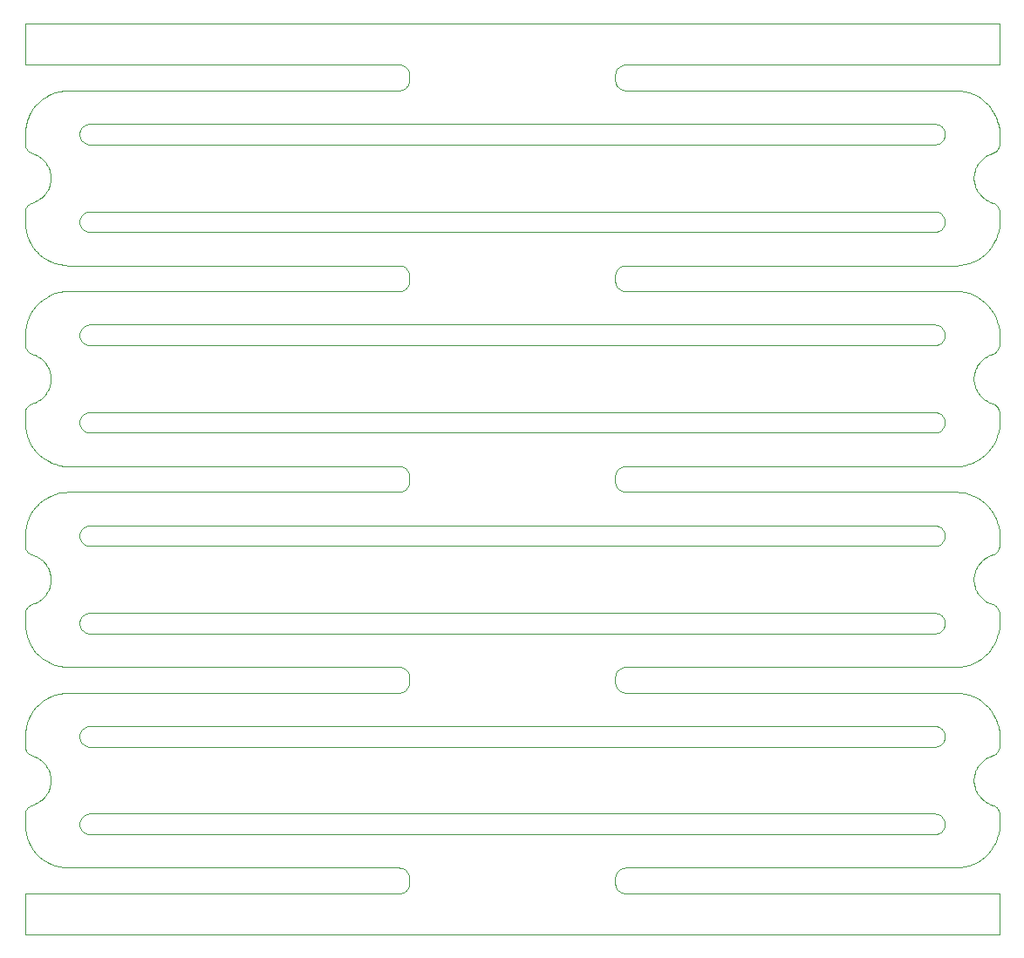
<source format=gbr>
G04 #@! TF.GenerationSoftware,KiCad,Pcbnew,5.1.5+dfsg1-2build2*
G04 #@! TF.CreationDate,2021-10-10T04:01:33+00:00*
G04 #@! TF.ProjectId,base_4.0,62617365-5f34-42e3-902e-6b696361645f,rev?*
G04 #@! TF.SameCoordinates,Original*
G04 #@! TF.FileFunction,Profile,NP*
%FSLAX46Y46*%
G04 Gerber Fmt 4.6, Leading zero omitted, Abs format (unit mm)*
G04 Created by KiCad (PCBNEW 5.1.5+dfsg1-2build2) date 2021-10-10 04:01:33*
%MOMM*%
%LPD*%
G04 APERTURE LIST*
G04 #@! TA.AperFunction,Profile*
%ADD10C,0.100000*%
G04 #@! TD*
G04 APERTURE END LIST*
D10*
X138549900Y-102715900D02*
X138451100Y-102736200D01*
X138646400Y-102685700D02*
X138549900Y-102715900D01*
X138739300Y-102645900D02*
X138646400Y-102685700D01*
X138827600Y-102596800D02*
X138739300Y-102645900D01*
X138910600Y-102539100D02*
X138827600Y-102596800D01*
X138987300Y-102473300D02*
X138910600Y-102539100D01*
X139057100Y-102399800D02*
X138987300Y-102473300D01*
X139119000Y-102319900D02*
X139057100Y-102399800D01*
X139172400Y-102234100D02*
X139119000Y-102319900D01*
X139216900Y-102143400D02*
X139172400Y-102234100D01*
X139252000Y-102048600D02*
X139216900Y-102143400D01*
X139277300Y-101950700D02*
X139252000Y-102048600D01*
X139292600Y-101850800D02*
X139277300Y-101950700D01*
X139297700Y-101749900D02*
X139292600Y-101850800D01*
X139292600Y-101649200D02*
X139297700Y-101749900D01*
X139277300Y-101549300D02*
X139292600Y-101649200D01*
X139252000Y-101451500D02*
X139277300Y-101549300D01*
X139216900Y-101356700D02*
X139252000Y-101451500D01*
X139172400Y-101266000D02*
X139216900Y-101356700D01*
X139119000Y-101180200D02*
X139172400Y-101266000D01*
X139057100Y-101100300D02*
X139119000Y-101180200D01*
X138987300Y-101026800D02*
X139057100Y-101100300D01*
X138910600Y-100961000D02*
X138987300Y-101026800D01*
X138827600Y-100903300D02*
X138910600Y-100961000D01*
X138739300Y-100854200D02*
X138827600Y-100903300D01*
X138646600Y-100814500D02*
X138739300Y-100854200D01*
X138550200Y-100784200D02*
X138646600Y-100814500D01*
X138451200Y-100763800D02*
X138550200Y-100784200D01*
X138350700Y-100753600D02*
X138451200Y-100763800D01*
X138274800Y-100751000D02*
X138350700Y-100753600D01*
X56325400Y-100751000D02*
X138274800Y-100751000D01*
X56249200Y-100753600D02*
X56325400Y-100751000D01*
X56148800Y-100763800D02*
X56249200Y-100753600D01*
X56049800Y-100784200D02*
X56148800Y-100763800D01*
X55953400Y-100814500D02*
X56049800Y-100784200D01*
X55860500Y-100854300D02*
X55953400Y-100814500D01*
X55772100Y-100903400D02*
X55860500Y-100854300D01*
X55689200Y-100961100D02*
X55772100Y-100903400D01*
X55612500Y-101027000D02*
X55689200Y-100961100D01*
X55542900Y-101100300D02*
X55612500Y-101027000D01*
X55481000Y-101180200D02*
X55542900Y-101100300D01*
X55427600Y-101266000D02*
X55481000Y-101180200D01*
X55383100Y-101356700D02*
X55427600Y-101266000D01*
X55348100Y-101451200D02*
X55383100Y-101356700D01*
X55322700Y-101549100D02*
X55348100Y-101451200D01*
X55307400Y-101649000D02*
X55322700Y-101549100D01*
X55302300Y-101749900D02*
X55307400Y-101649000D01*
X55307400Y-101850800D02*
X55302300Y-101749900D01*
X55322700Y-101950700D02*
X55307400Y-101850800D01*
X55348000Y-102048600D02*
X55322700Y-101950700D01*
X55383100Y-102143400D02*
X55348000Y-102048600D01*
X55427600Y-102234100D02*
X55383100Y-102143400D01*
X55481000Y-102319900D02*
X55427600Y-102234100D01*
X55542900Y-102399800D02*
X55481000Y-102319900D01*
X55612500Y-102473100D02*
X55542900Y-102399800D01*
X55689200Y-102538900D02*
X55612500Y-102473100D01*
X55772100Y-102596700D02*
X55689200Y-102538900D01*
X55860500Y-102645700D02*
X55772100Y-102596700D01*
X55953400Y-102685600D02*
X55860500Y-102645700D01*
X56049800Y-102715900D02*
X55953400Y-102685600D01*
X56148800Y-102736200D02*
X56049800Y-102715900D01*
X56249300Y-102746500D02*
X56148800Y-102736200D01*
X56325200Y-102749000D02*
X56249300Y-102746500D01*
X138274900Y-102749000D02*
X56325200Y-102749000D01*
X138350500Y-102746500D02*
X138274900Y-102749000D01*
X138451100Y-102736200D02*
X138350500Y-102746500D01*
X138549900Y-94215900D02*
X138451100Y-94236200D01*
X138646400Y-94185700D02*
X138549900Y-94215900D01*
X138739300Y-94145900D02*
X138646400Y-94185700D01*
X138827600Y-94096800D02*
X138739300Y-94145900D01*
X138910600Y-94039100D02*
X138827600Y-94096800D01*
X138987300Y-93973300D02*
X138910600Y-94039100D01*
X139057100Y-93899800D02*
X138987300Y-93973300D01*
X139119000Y-93819900D02*
X139057100Y-93899800D01*
X139172400Y-93734100D02*
X139119000Y-93819900D01*
X139216900Y-93643400D02*
X139172400Y-93734100D01*
X139252000Y-93548600D02*
X139216900Y-93643400D01*
X139277300Y-93450700D02*
X139252000Y-93548600D01*
X139292600Y-93350800D02*
X139277300Y-93450700D01*
X139297700Y-93249900D02*
X139292600Y-93350800D01*
X139292600Y-93149200D02*
X139297700Y-93249900D01*
X139277300Y-93049300D02*
X139292600Y-93149200D01*
X139252000Y-92951500D02*
X139277300Y-93049300D01*
X139216900Y-92856700D02*
X139252000Y-92951500D01*
X139172400Y-92766000D02*
X139216900Y-92856700D01*
X139119000Y-92680200D02*
X139172400Y-92766000D01*
X139057100Y-92600300D02*
X139119000Y-92680200D01*
X138987300Y-92526800D02*
X139057100Y-92600300D01*
X138910600Y-92461000D02*
X138987300Y-92526800D01*
X138827600Y-92403300D02*
X138910600Y-92461000D01*
X138739300Y-92354200D02*
X138827600Y-92403300D01*
X138646600Y-92314500D02*
X138739300Y-92354200D01*
X138550200Y-92284200D02*
X138646600Y-92314500D01*
X138451200Y-92263800D02*
X138550200Y-92284200D01*
X138350700Y-92253600D02*
X138451200Y-92263800D01*
X138274800Y-92251000D02*
X138350700Y-92253600D01*
X56325400Y-92251000D02*
X138274800Y-92251000D01*
X56249200Y-92253600D02*
X56325400Y-92251000D01*
X56148800Y-92263800D02*
X56249200Y-92253600D01*
X56049800Y-92284200D02*
X56148800Y-92263800D01*
X55953400Y-92314500D02*
X56049800Y-92284200D01*
X55860500Y-92354300D02*
X55953400Y-92314500D01*
X55772100Y-92403400D02*
X55860500Y-92354300D01*
X55689200Y-92461100D02*
X55772100Y-92403400D01*
X55612500Y-92527000D02*
X55689200Y-92461100D01*
X55542900Y-92600300D02*
X55612500Y-92527000D01*
X55481000Y-92680200D02*
X55542900Y-92600300D01*
X55427600Y-92766000D02*
X55481000Y-92680200D01*
X55383100Y-92856700D02*
X55427600Y-92766000D01*
X55348100Y-92951200D02*
X55383100Y-92856700D01*
X55322700Y-93049100D02*
X55348100Y-92951200D01*
X55307400Y-93149000D02*
X55322700Y-93049100D01*
X55302300Y-93249900D02*
X55307400Y-93149000D01*
X55307400Y-93350800D02*
X55302300Y-93249900D01*
X55322700Y-93450700D02*
X55307400Y-93350800D01*
X55348000Y-93548600D02*
X55322700Y-93450700D01*
X55383100Y-93643400D02*
X55348000Y-93548600D01*
X55427600Y-93734100D02*
X55383100Y-93643400D01*
X55481000Y-93819900D02*
X55427600Y-93734100D01*
X55542900Y-93899800D02*
X55481000Y-93819900D01*
X55612500Y-93973100D02*
X55542900Y-93899800D01*
X55689200Y-94038900D02*
X55612500Y-93973100D01*
X55772100Y-94096700D02*
X55689200Y-94038900D01*
X55860500Y-94145700D02*
X55772100Y-94096700D01*
X55953400Y-94185600D02*
X55860500Y-94145700D01*
X56049800Y-94215900D02*
X55953400Y-94185600D01*
X56148800Y-94236200D02*
X56049800Y-94215900D01*
X56249300Y-94246500D02*
X56148800Y-94236200D01*
X56325200Y-94249000D02*
X56249300Y-94246500D01*
X138274900Y-94249000D02*
X56325200Y-94249000D01*
X138350500Y-94246500D02*
X138274900Y-94249000D01*
X138451100Y-94236200D02*
X138350500Y-94246500D01*
X138549900Y-83215900D02*
X138451000Y-83236200D01*
X138646400Y-83185700D02*
X138549900Y-83215900D01*
X138739300Y-83145800D02*
X138646400Y-83185700D01*
X138827600Y-83096800D02*
X138739300Y-83145800D01*
X138910600Y-83039100D02*
X138827600Y-83096800D01*
X138987300Y-82973300D02*
X138910600Y-83039100D01*
X139057100Y-82899800D02*
X138987300Y-82973300D01*
X139119000Y-82819900D02*
X139057100Y-82899800D01*
X139172400Y-82734100D02*
X139119000Y-82819900D01*
X139216900Y-82643300D02*
X139172400Y-82734100D01*
X139252000Y-82548600D02*
X139216900Y-82643300D01*
X139277300Y-82450700D02*
X139252000Y-82548600D01*
X139292600Y-82350800D02*
X139277300Y-82450700D01*
X139297700Y-82249900D02*
X139292600Y-82350800D01*
X139292600Y-82149200D02*
X139297700Y-82249900D01*
X139277300Y-82049300D02*
X139292600Y-82149200D01*
X139252000Y-81951500D02*
X139277300Y-82049300D01*
X139216900Y-81856700D02*
X139252000Y-81951500D01*
X139172400Y-81765900D02*
X139216900Y-81856700D01*
X139119000Y-81680200D02*
X139172400Y-81765900D01*
X139057100Y-81600200D02*
X139119000Y-81680200D01*
X138987300Y-81526800D02*
X139057100Y-81600200D01*
X138910600Y-81461000D02*
X138987300Y-81526800D01*
X138827600Y-81403200D02*
X138910600Y-81461000D01*
X138739300Y-81354200D02*
X138827600Y-81403200D01*
X138646600Y-81314500D02*
X138739300Y-81354200D01*
X138550200Y-81284200D02*
X138646600Y-81314500D01*
X138451200Y-81263800D02*
X138550200Y-81284200D01*
X138350700Y-81253600D02*
X138451200Y-81263800D01*
X138274800Y-81251000D02*
X138350700Y-81253600D01*
X56325300Y-81251000D02*
X138274800Y-81251000D01*
X56249200Y-81253600D02*
X56325300Y-81251000D01*
X56148800Y-81263800D02*
X56249200Y-81253600D01*
X56049800Y-81284200D02*
X56148800Y-81263800D01*
X55953400Y-81314500D02*
X56049800Y-81284200D01*
X55860500Y-81354300D02*
X55953400Y-81314500D01*
X55772100Y-81403400D02*
X55860500Y-81354300D01*
X55689200Y-81461100D02*
X55772100Y-81403400D01*
X55612500Y-81527000D02*
X55689200Y-81461100D01*
X55542900Y-81600200D02*
X55612500Y-81527000D01*
X55481000Y-81680200D02*
X55542900Y-81600200D01*
X55427600Y-81765900D02*
X55481000Y-81680200D01*
X55383100Y-81856700D02*
X55427600Y-81765900D01*
X55348100Y-81951200D02*
X55383100Y-81856700D01*
X55322700Y-82049000D02*
X55348100Y-81951200D01*
X55307400Y-82148900D02*
X55322700Y-82049000D01*
X55302300Y-82249900D02*
X55307400Y-82148900D01*
X55307400Y-82350800D02*
X55302300Y-82249900D01*
X55322700Y-82450700D02*
X55307400Y-82350800D01*
X55348000Y-82548600D02*
X55322700Y-82450700D01*
X55383100Y-82643300D02*
X55348000Y-82548600D01*
X55427600Y-82734100D02*
X55383100Y-82643300D01*
X55481000Y-82819900D02*
X55427600Y-82734100D01*
X55542900Y-82899800D02*
X55481000Y-82819900D01*
X55612500Y-82973100D02*
X55542900Y-82899800D01*
X55689200Y-83038900D02*
X55612500Y-82973100D01*
X55772100Y-83096700D02*
X55689200Y-83038900D01*
X55860500Y-83145700D02*
X55772100Y-83096700D01*
X55953400Y-83185600D02*
X55860500Y-83145700D01*
X56049800Y-83215800D02*
X55953400Y-83185600D01*
X56148800Y-83236200D02*
X56049800Y-83215800D01*
X56249300Y-83246400D02*
X56148800Y-83236200D01*
X56325200Y-83249000D02*
X56249300Y-83246400D01*
X138274800Y-83249000D02*
X56325200Y-83249000D01*
X138350600Y-83246400D02*
X138274800Y-83249000D01*
X138451000Y-83236200D02*
X138350600Y-83246400D01*
X138549900Y-74715900D02*
X138451000Y-74736200D01*
X138646400Y-74685700D02*
X138549900Y-74715900D01*
X138739300Y-74645800D02*
X138646400Y-74685700D01*
X138827600Y-74596800D02*
X138739300Y-74645800D01*
X138910600Y-74539100D02*
X138827600Y-74596800D01*
X138987300Y-74473300D02*
X138910600Y-74539100D01*
X139057100Y-74399800D02*
X138987300Y-74473300D01*
X139119000Y-74319900D02*
X139057100Y-74399800D01*
X139172400Y-74234100D02*
X139119000Y-74319900D01*
X139216900Y-74143300D02*
X139172400Y-74234100D01*
X139252000Y-74048600D02*
X139216900Y-74143300D01*
X139277300Y-73950700D02*
X139252000Y-74048600D01*
X139292600Y-73850800D02*
X139277300Y-73950700D01*
X139297700Y-73749900D02*
X139292600Y-73850800D01*
X139292600Y-73649200D02*
X139297700Y-73749900D01*
X139277300Y-73549300D02*
X139292600Y-73649200D01*
X139252000Y-73451500D02*
X139277300Y-73549300D01*
X139216900Y-73356700D02*
X139252000Y-73451500D01*
X139172400Y-73265900D02*
X139216900Y-73356700D01*
X139119000Y-73180200D02*
X139172400Y-73265900D01*
X139057100Y-73100200D02*
X139119000Y-73180200D01*
X138987300Y-73026800D02*
X139057100Y-73100200D01*
X138910600Y-72961000D02*
X138987300Y-73026800D01*
X138827600Y-72903200D02*
X138910600Y-72961000D01*
X138739300Y-72854200D02*
X138827600Y-72903200D01*
X138646600Y-72814500D02*
X138739300Y-72854200D01*
X138550200Y-72784200D02*
X138646600Y-72814500D01*
X138451200Y-72763800D02*
X138550200Y-72784200D01*
X138350700Y-72753600D02*
X138451200Y-72763800D01*
X138274800Y-72751000D02*
X138350700Y-72753600D01*
X56325300Y-72751000D02*
X138274800Y-72751000D01*
X56249200Y-72753600D02*
X56325300Y-72751000D01*
X56148800Y-72763800D02*
X56249200Y-72753600D01*
X56049800Y-72784200D02*
X56148800Y-72763800D01*
X55953400Y-72814500D02*
X56049800Y-72784200D01*
X55860500Y-72854300D02*
X55953400Y-72814500D01*
X55772100Y-72903400D02*
X55860500Y-72854300D01*
X55689200Y-72961100D02*
X55772100Y-72903400D01*
X55612500Y-73027000D02*
X55689200Y-72961100D01*
X55542900Y-73100200D02*
X55612500Y-73027000D01*
X55481000Y-73180200D02*
X55542900Y-73100200D01*
X55427600Y-73265900D02*
X55481000Y-73180200D01*
X55383100Y-73356700D02*
X55427600Y-73265900D01*
X55348100Y-73451200D02*
X55383100Y-73356700D01*
X55322700Y-73549000D02*
X55348100Y-73451200D01*
X55307400Y-73648900D02*
X55322700Y-73549000D01*
X55302300Y-73749900D02*
X55307400Y-73648900D01*
X55307400Y-73850800D02*
X55302300Y-73749900D01*
X55322700Y-73950700D02*
X55307400Y-73850800D01*
X55348000Y-74048600D02*
X55322700Y-73950700D01*
X55383100Y-74143300D02*
X55348000Y-74048600D01*
X55427600Y-74234100D02*
X55383100Y-74143300D01*
X55481000Y-74319900D02*
X55427600Y-74234100D01*
X55542900Y-74399800D02*
X55481000Y-74319900D01*
X55612500Y-74473100D02*
X55542900Y-74399800D01*
X55689200Y-74538900D02*
X55612500Y-74473100D01*
X55772100Y-74596700D02*
X55689200Y-74538900D01*
X55860500Y-74645700D02*
X55772100Y-74596700D01*
X55953400Y-74685600D02*
X55860500Y-74645700D01*
X56049800Y-74715800D02*
X55953400Y-74685600D01*
X56148800Y-74736200D02*
X56049800Y-74715800D01*
X56249300Y-74746400D02*
X56148800Y-74736200D01*
X56325200Y-74749000D02*
X56249300Y-74746400D01*
X138274800Y-74749000D02*
X56325200Y-74749000D01*
X138350600Y-74746400D02*
X138274800Y-74749000D01*
X138451000Y-74736200D02*
X138350600Y-74746400D01*
X138549900Y-63715900D02*
X138451000Y-63736200D01*
X138646400Y-63685700D02*
X138549900Y-63715900D01*
X138739300Y-63645800D02*
X138646400Y-63685700D01*
X138827600Y-63596800D02*
X138739300Y-63645800D01*
X138910600Y-63539100D02*
X138827600Y-63596800D01*
X138987300Y-63473200D02*
X138910600Y-63539100D01*
X139057100Y-63399800D02*
X138987300Y-63473200D01*
X139118800Y-63320100D02*
X139057100Y-63399800D01*
X139172300Y-63234300D02*
X139118800Y-63320100D01*
X139216800Y-63143600D02*
X139172300Y-63234300D01*
X139251900Y-63048800D02*
X139216800Y-63143600D01*
X139277300Y-62951000D02*
X139251900Y-63048800D01*
X139292600Y-62851100D02*
X139277300Y-62951000D01*
X139297700Y-62750100D02*
X139292600Y-62851100D01*
X139292600Y-62649200D02*
X139297700Y-62750100D01*
X139277300Y-62549300D02*
X139292600Y-62649200D01*
X139252000Y-62451500D02*
X139277300Y-62549300D01*
X139216800Y-62356400D02*
X139252000Y-62451500D01*
X139172300Y-62265700D02*
X139216800Y-62356400D01*
X139118800Y-62179900D02*
X139172300Y-62265700D01*
X139056900Y-62100000D02*
X139118800Y-62179900D01*
X138987300Y-62026800D02*
X139056900Y-62100000D01*
X138910600Y-61960900D02*
X138987300Y-62026800D01*
X138827600Y-61903200D02*
X138910600Y-61960900D01*
X138739500Y-61854300D02*
X138827600Y-61903200D01*
X138646600Y-61814400D02*
X138739500Y-61854300D01*
X138550200Y-61784200D02*
X138646600Y-61814400D01*
X138451200Y-61763800D02*
X138550200Y-61784200D01*
X138350700Y-61753600D02*
X138451200Y-61763800D01*
X138274800Y-61751000D02*
X138350700Y-61753600D01*
X56325200Y-61751000D02*
X138274800Y-61751000D01*
X56249300Y-61753600D02*
X56325200Y-61751000D01*
X56148800Y-61763800D02*
X56249300Y-61753600D01*
X56049800Y-61784200D02*
X56148800Y-61763800D01*
X55953400Y-61814400D02*
X56049800Y-61784200D01*
X55860500Y-61854300D02*
X55953400Y-61814400D01*
X55772100Y-61903400D02*
X55860500Y-61854300D01*
X55689200Y-61961100D02*
X55772100Y-61903400D01*
X55612500Y-62027000D02*
X55689200Y-61961100D01*
X55542900Y-62100200D02*
X55612500Y-62027000D01*
X55481000Y-62180200D02*
X55542900Y-62100200D01*
X55427600Y-62265900D02*
X55481000Y-62180200D01*
X55383100Y-62356700D02*
X55427600Y-62265900D01*
X55348000Y-62451500D02*
X55383100Y-62356700D01*
X55322700Y-62549000D02*
X55348000Y-62451500D01*
X55307400Y-62648900D02*
X55322700Y-62549000D01*
X55302300Y-62749900D02*
X55307400Y-62648900D01*
X55307400Y-62850800D02*
X55302300Y-62749900D01*
X55322700Y-62950700D02*
X55307400Y-62850800D01*
X55348000Y-63048500D02*
X55322700Y-62950700D01*
X55383100Y-63143300D02*
X55348000Y-63048500D01*
X55427600Y-63234100D02*
X55383100Y-63143300D01*
X55481000Y-63319900D02*
X55427600Y-63234100D01*
X55542900Y-63399800D02*
X55481000Y-63319900D01*
X55612500Y-63473000D02*
X55542900Y-63399800D01*
X55689200Y-63538900D02*
X55612500Y-63473000D01*
X55772100Y-63596600D02*
X55689200Y-63538900D01*
X55860500Y-63645700D02*
X55772100Y-63596600D01*
X55953400Y-63685600D02*
X55860500Y-63645700D01*
X56049800Y-63715800D02*
X55953400Y-63685600D01*
X56148800Y-63736200D02*
X56049800Y-63715800D01*
X56249300Y-63746400D02*
X56148800Y-63736200D01*
X56325200Y-63749000D02*
X56249300Y-63746400D01*
X138274800Y-63749000D02*
X56325200Y-63749000D01*
X138350700Y-63746400D02*
X138274800Y-63749000D01*
X138451000Y-63736200D02*
X138350700Y-63746400D01*
X138549900Y-55215900D02*
X138451000Y-55236200D01*
X138646400Y-55185700D02*
X138549900Y-55215900D01*
X138739300Y-55145800D02*
X138646400Y-55185700D01*
X138827600Y-55096800D02*
X138739300Y-55145800D01*
X138910600Y-55039100D02*
X138827600Y-55096800D01*
X138987300Y-54973200D02*
X138910600Y-55039100D01*
X139057100Y-54899800D02*
X138987300Y-54973200D01*
X139118800Y-54820100D02*
X139057100Y-54899800D01*
X139172300Y-54734300D02*
X139118800Y-54820100D01*
X139216800Y-54643600D02*
X139172300Y-54734300D01*
X139251900Y-54548800D02*
X139216800Y-54643600D01*
X139277300Y-54451000D02*
X139251900Y-54548800D01*
X139292600Y-54351100D02*
X139277300Y-54451000D01*
X139297700Y-54250100D02*
X139292600Y-54351100D01*
X139292600Y-54149200D02*
X139297700Y-54250100D01*
X139277300Y-54049300D02*
X139292600Y-54149200D01*
X139252000Y-53951500D02*
X139277300Y-54049300D01*
X139216800Y-53856400D02*
X139252000Y-53951500D01*
X139172300Y-53765700D02*
X139216800Y-53856400D01*
X139118800Y-53679900D02*
X139172300Y-53765700D01*
X139056900Y-53600000D02*
X139118800Y-53679900D01*
X138987300Y-53526800D02*
X139056900Y-53600000D01*
X138910600Y-53460900D02*
X138987300Y-53526800D01*
X138827600Y-53403200D02*
X138910600Y-53460900D01*
X138739500Y-53354300D02*
X138827600Y-53403200D01*
X138646600Y-53314400D02*
X138739500Y-53354300D01*
X138550200Y-53284200D02*
X138646600Y-53314400D01*
X138451200Y-53263800D02*
X138550200Y-53284200D01*
X138350700Y-53253600D02*
X138451200Y-53263800D01*
X138274800Y-53251000D02*
X138350700Y-53253600D01*
X56325200Y-53251000D02*
X138274800Y-53251000D01*
X56249300Y-53253600D02*
X56325200Y-53251000D01*
X56148800Y-53263800D02*
X56249300Y-53253600D01*
X56049800Y-53284200D02*
X56148800Y-53263800D01*
X55953400Y-53314400D02*
X56049800Y-53284200D01*
X55860500Y-53354300D02*
X55953400Y-53314400D01*
X55772100Y-53403400D02*
X55860500Y-53354300D01*
X55689200Y-53461100D02*
X55772100Y-53403400D01*
X55612500Y-53527000D02*
X55689200Y-53461100D01*
X55542900Y-53600200D02*
X55612500Y-53527000D01*
X55481000Y-53680200D02*
X55542900Y-53600200D01*
X55427600Y-53765900D02*
X55481000Y-53680200D01*
X55383100Y-53856700D02*
X55427600Y-53765900D01*
X55348000Y-53951500D02*
X55383100Y-53856700D01*
X55322700Y-54049000D02*
X55348000Y-53951500D01*
X55307400Y-54148900D02*
X55322700Y-54049000D01*
X55302300Y-54249900D02*
X55307400Y-54148900D01*
X55307400Y-54350800D02*
X55302300Y-54249900D01*
X55322700Y-54450700D02*
X55307400Y-54350800D01*
X55348000Y-54548500D02*
X55322700Y-54450700D01*
X55383100Y-54643300D02*
X55348000Y-54548500D01*
X55427600Y-54734100D02*
X55383100Y-54643300D01*
X55481000Y-54819900D02*
X55427600Y-54734100D01*
X55542900Y-54899800D02*
X55481000Y-54819900D01*
X55612500Y-54973000D02*
X55542900Y-54899800D01*
X55689200Y-55038900D02*
X55612500Y-54973000D01*
X55772100Y-55096600D02*
X55689200Y-55038900D01*
X55860500Y-55145700D02*
X55772100Y-55096600D01*
X55953400Y-55185600D02*
X55860500Y-55145700D01*
X56049800Y-55215800D02*
X55953400Y-55185600D01*
X56148800Y-55236200D02*
X56049800Y-55215800D01*
X56249300Y-55246400D02*
X56148800Y-55236200D01*
X56325200Y-55249000D02*
X56249300Y-55246400D01*
X138274800Y-55249000D02*
X56325200Y-55249000D01*
X138350700Y-55246400D02*
X138274800Y-55249000D01*
X138451000Y-55236200D02*
X138350700Y-55246400D01*
X138550200Y-122215900D02*
X138450700Y-122236300D01*
X138646600Y-122185600D02*
X138550200Y-122215900D01*
X138739500Y-122145700D02*
X138646600Y-122185600D01*
X138827900Y-122096700D02*
X138739500Y-122145700D01*
X138910800Y-122038900D02*
X138827900Y-122096700D01*
X138987500Y-121973100D02*
X138910800Y-122038900D01*
X139057100Y-121899800D02*
X138987500Y-121973100D01*
X139119000Y-121819900D02*
X139057100Y-121899800D01*
X139172400Y-121734100D02*
X139119000Y-121819900D01*
X139216900Y-121643400D02*
X139172400Y-121734100D01*
X139252000Y-121548600D02*
X139216900Y-121643400D01*
X139277300Y-121450800D02*
X139252000Y-121548600D01*
X139292600Y-121350900D02*
X139277300Y-121450800D01*
X139297700Y-121249900D02*
X139292600Y-121350900D01*
X139292600Y-121149300D02*
X139297700Y-121249900D01*
X139277300Y-121049300D02*
X139292600Y-121149300D01*
X139252000Y-120951500D02*
X139277300Y-121049300D01*
X139216900Y-120856700D02*
X139252000Y-120951500D01*
X139172400Y-120766000D02*
X139216900Y-120856700D01*
X139119000Y-120680200D02*
X139172400Y-120766000D01*
X139057100Y-120600300D02*
X139119000Y-120680200D01*
X138987300Y-120526800D02*
X139057100Y-120600300D01*
X138910600Y-120461000D02*
X138987300Y-120526800D01*
X138827600Y-120403300D02*
X138910600Y-120461000D01*
X138739300Y-120354200D02*
X138827600Y-120403300D01*
X138646600Y-120314500D02*
X138739300Y-120354200D01*
X138550200Y-120284200D02*
X138646600Y-120314500D01*
X138451200Y-120263900D02*
X138550200Y-120284200D01*
X138350700Y-120253600D02*
X138451200Y-120263900D01*
X138274800Y-120251100D02*
X138350700Y-120253600D01*
X56325000Y-120251100D02*
X138274800Y-120251100D01*
X56249600Y-120253600D02*
X56325000Y-120251100D01*
X56148800Y-120263900D02*
X56249600Y-120253600D01*
X56049800Y-120284200D02*
X56148800Y-120263900D01*
X55953400Y-120314500D02*
X56049800Y-120284200D01*
X55860500Y-120354400D02*
X55953400Y-120314500D01*
X55772100Y-120403400D02*
X55860500Y-120354400D01*
X55689200Y-120461200D02*
X55772100Y-120403400D01*
X55612500Y-120527000D02*
X55689200Y-120461200D01*
X55542900Y-120600300D02*
X55612500Y-120527000D01*
X55481000Y-120680200D02*
X55542900Y-120600300D01*
X55427600Y-120766000D02*
X55481000Y-120680200D01*
X55383100Y-120856700D02*
X55427600Y-120766000D01*
X55348100Y-120951200D02*
X55383100Y-120856700D01*
X55322700Y-121049100D02*
X55348100Y-120951200D01*
X55307400Y-121149000D02*
X55322700Y-121049100D01*
X55302300Y-121249900D02*
X55307400Y-121149000D01*
X55307400Y-121350900D02*
X55302300Y-121249900D01*
X55322700Y-121450800D02*
X55307400Y-121350900D01*
X55348000Y-121548600D02*
X55322700Y-121450800D01*
X55383100Y-121643400D02*
X55348000Y-121548600D01*
X55427600Y-121734100D02*
X55383100Y-121643400D01*
X55481000Y-121819900D02*
X55427600Y-121734100D01*
X55542900Y-121899800D02*
X55481000Y-121819900D01*
X55612500Y-121973100D02*
X55542900Y-121899800D01*
X55689200Y-122038900D02*
X55612500Y-121973100D01*
X55772100Y-122096700D02*
X55689200Y-122038900D01*
X55860500Y-122145700D02*
X55772100Y-122096700D01*
X55953400Y-122185600D02*
X55860500Y-122145700D01*
X56049800Y-122215900D02*
X55953400Y-122185600D01*
X56148800Y-122236200D02*
X56049800Y-122215900D01*
X56249300Y-122246500D02*
X56148800Y-122236200D01*
X56325200Y-122249100D02*
X56249300Y-122246500D01*
X138274500Y-122249100D02*
X56325200Y-122249100D01*
X138350900Y-122246500D02*
X138274500Y-122249100D01*
X138450700Y-122236300D02*
X138350900Y-122246500D01*
X138550200Y-113715900D02*
X138450700Y-113736300D01*
X138646600Y-113685600D02*
X138550200Y-113715900D01*
X138739500Y-113645700D02*
X138646600Y-113685600D01*
X138827900Y-113596700D02*
X138739500Y-113645700D01*
X138910800Y-113538900D02*
X138827900Y-113596700D01*
X138987500Y-113473100D02*
X138910800Y-113538900D01*
X139057100Y-113399800D02*
X138987500Y-113473100D01*
X139119000Y-113319900D02*
X139057100Y-113399800D01*
X139172400Y-113234100D02*
X139119000Y-113319900D01*
X139216900Y-113143400D02*
X139172400Y-113234100D01*
X139252000Y-113048600D02*
X139216900Y-113143400D01*
X139277300Y-112950800D02*
X139252000Y-113048600D01*
X139292600Y-112850900D02*
X139277300Y-112950800D01*
X139297700Y-112749900D02*
X139292600Y-112850900D01*
X139292600Y-112649300D02*
X139297700Y-112749900D01*
X139277300Y-112549300D02*
X139292600Y-112649300D01*
X139252000Y-112451500D02*
X139277300Y-112549300D01*
X139216900Y-112356700D02*
X139252000Y-112451500D01*
X139172400Y-112266000D02*
X139216900Y-112356700D01*
X139119000Y-112180200D02*
X139172400Y-112266000D01*
X139057100Y-112100300D02*
X139119000Y-112180200D01*
X138987300Y-112026800D02*
X139057100Y-112100300D01*
X138910600Y-111961000D02*
X138987300Y-112026800D01*
X138827600Y-111903300D02*
X138910600Y-111961000D01*
X138739300Y-111854200D02*
X138827600Y-111903300D01*
X138646600Y-111814500D02*
X138739300Y-111854200D01*
X138550200Y-111784200D02*
X138646600Y-111814500D01*
X138451200Y-111763900D02*
X138550200Y-111784200D01*
X138350700Y-111753600D02*
X138451200Y-111763900D01*
X138274800Y-111751100D02*
X138350700Y-111753600D01*
X56325000Y-111751100D02*
X138274800Y-111751100D01*
X56249600Y-111753600D02*
X56325000Y-111751100D01*
X56148800Y-111763900D02*
X56249600Y-111753600D01*
X56049800Y-111784200D02*
X56148800Y-111763900D01*
X55953400Y-111814500D02*
X56049800Y-111784200D01*
X55860500Y-111854400D02*
X55953400Y-111814500D01*
X55772100Y-111903400D02*
X55860500Y-111854400D01*
X55689200Y-111961200D02*
X55772100Y-111903400D01*
X55612500Y-112027000D02*
X55689200Y-111961200D01*
X55542900Y-112100300D02*
X55612500Y-112027000D01*
X55481000Y-112180200D02*
X55542900Y-112100300D01*
X55427600Y-112266000D02*
X55481000Y-112180200D01*
X55383100Y-112356700D02*
X55427600Y-112266000D01*
X55348100Y-112451200D02*
X55383100Y-112356700D01*
X55322700Y-112549100D02*
X55348100Y-112451200D01*
X55307400Y-112649000D02*
X55322700Y-112549100D01*
X55302300Y-112749900D02*
X55307400Y-112649000D01*
X55307400Y-112850900D02*
X55302300Y-112749900D01*
X55322700Y-112950800D02*
X55307400Y-112850900D01*
X55348000Y-113048600D02*
X55322700Y-112950800D01*
X55383100Y-113143400D02*
X55348000Y-113048600D01*
X55427600Y-113234100D02*
X55383100Y-113143400D01*
X55481000Y-113319900D02*
X55427600Y-113234100D01*
X55542900Y-113399800D02*
X55481000Y-113319900D01*
X55612500Y-113473100D02*
X55542900Y-113399800D01*
X55689200Y-113538900D02*
X55612500Y-113473100D01*
X55772100Y-113596700D02*
X55689200Y-113538900D01*
X55860500Y-113645700D02*
X55772100Y-113596700D01*
X55953400Y-113685600D02*
X55860500Y-113645700D01*
X56049800Y-113715900D02*
X55953400Y-113685600D01*
X56148800Y-113736200D02*
X56049800Y-113715900D01*
X56249300Y-113746500D02*
X56148800Y-113736200D01*
X56325200Y-113749100D02*
X56249300Y-113746500D01*
X138274500Y-113749100D02*
X56325200Y-113749100D01*
X138350900Y-113746500D02*
X138274500Y-113749100D01*
X138450700Y-113736300D02*
X138350900Y-113746500D01*
X144576500Y-43499000D02*
X50009200Y-43499700D01*
X144591800Y-43499800D02*
X144576500Y-43499000D01*
X144597000Y-43502300D02*
X144591800Y-43499800D01*
X144600200Y-43508200D02*
X144597000Y-43502300D01*
X144601000Y-43523500D02*
X144600200Y-43508200D01*
X144601000Y-47475500D02*
X144601000Y-43523500D01*
X144599700Y-47492700D02*
X144601000Y-47475500D01*
X144597000Y-47496700D02*
X144599700Y-47492700D01*
X144591800Y-47499200D02*
X144597000Y-47496700D01*
X108291300Y-47500000D02*
X144591800Y-47499200D01*
X108194000Y-47504800D02*
X108291300Y-47500000D01*
X108097900Y-47519000D02*
X108194000Y-47504800D01*
X108003600Y-47542600D02*
X108097900Y-47519000D01*
X107912200Y-47575400D02*
X108003600Y-47542600D01*
X107824300Y-47616900D02*
X107912200Y-47575400D01*
X107741000Y-47666900D02*
X107824300Y-47616900D01*
X107663000Y-47724700D02*
X107741000Y-47666900D01*
X107591000Y-47790000D02*
X107663000Y-47724700D01*
X107525700Y-47862000D02*
X107591000Y-47790000D01*
X107467900Y-47940000D02*
X107525700Y-47862000D01*
X107417900Y-48023300D02*
X107467900Y-47940000D01*
X107376400Y-48111100D02*
X107417900Y-48023300D01*
X107343700Y-48202600D02*
X107376400Y-48111100D01*
X107320000Y-48296900D02*
X107343700Y-48202600D01*
X107305800Y-48393000D02*
X107320000Y-48296900D01*
X107301000Y-48490200D02*
X107305800Y-48393000D01*
X107301000Y-49008800D02*
X107301000Y-48490200D01*
X107305800Y-49106000D02*
X107301000Y-49008800D01*
X107320000Y-49202100D02*
X107305800Y-49106000D01*
X107343700Y-49296400D02*
X107320000Y-49202100D01*
X107376400Y-49387900D02*
X107343700Y-49296400D01*
X107417900Y-49475700D02*
X107376400Y-49387900D01*
X107467900Y-49559000D02*
X107417900Y-49475700D01*
X107525700Y-49637000D02*
X107467900Y-49559000D01*
X107591000Y-49709000D02*
X107525700Y-49637000D01*
X107663000Y-49774300D02*
X107591000Y-49709000D01*
X107741000Y-49832100D02*
X107663000Y-49774300D01*
X107824300Y-49882100D02*
X107741000Y-49832100D01*
X107912200Y-49923600D02*
X107824300Y-49882100D01*
X108003600Y-49956400D02*
X107912200Y-49923600D01*
X108097900Y-49980000D02*
X108003600Y-49956400D01*
X108194000Y-49994200D02*
X108097900Y-49980000D01*
X108291300Y-49999000D02*
X108194000Y-49994200D01*
X140343400Y-49999000D02*
X108291300Y-49999000D01*
X140794600Y-50022700D02*
X140343400Y-49999000D01*
X141220800Y-50089800D02*
X140794600Y-50022700D01*
X141246500Y-50095300D02*
X141220800Y-50089800D01*
X141663300Y-50207300D02*
X141246500Y-50095300D01*
X142066700Y-50361800D02*
X141663300Y-50207300D01*
X142090700Y-50372500D02*
X142066700Y-50361800D01*
X142475100Y-50568700D02*
X142090700Y-50372500D01*
X142848300Y-50811000D02*
X142475100Y-50568700D01*
X143194500Y-51091300D02*
X142848300Y-50811000D01*
X143499800Y-51396200D02*
X143194500Y-51091300D01*
X143517400Y-51415700D02*
X143499800Y-51396200D01*
X143780800Y-51741100D02*
X143517400Y-51415700D01*
X143796300Y-51762300D02*
X143780800Y-51741100D01*
X144031100Y-52124500D02*
X143796300Y-51762300D01*
X144227500Y-52509200D02*
X144031100Y-52124500D01*
X144238200Y-52533200D02*
X144227500Y-52509200D01*
X144388200Y-52924100D02*
X144238200Y-52533200D01*
X144396300Y-52949100D02*
X144388200Y-52924100D01*
X144507800Y-53366500D02*
X144396300Y-52949100D01*
X144577300Y-53805500D02*
X144507800Y-53366500D01*
X144600900Y-54250100D02*
X144577300Y-53805500D01*
X144600900Y-55145800D02*
X144600900Y-54250100D01*
X144595900Y-55244100D02*
X144600900Y-55145800D01*
X144583400Y-55329600D02*
X144595900Y-55244100D01*
X144578600Y-55353900D02*
X144583400Y-55329600D01*
X144553400Y-55449200D02*
X144578600Y-55353900D01*
X144524000Y-55530000D02*
X144553400Y-55449200D01*
X144487300Y-55608200D02*
X144524000Y-55530000D01*
X144475600Y-55630000D02*
X144487300Y-55608200D01*
X144430700Y-55703900D02*
X144475600Y-55630000D01*
X144372100Y-55782500D02*
X144430700Y-55703900D01*
X144314100Y-55846600D02*
X144372100Y-55782500D01*
X144296500Y-55864100D02*
X144314100Y-55846600D01*
X144232100Y-55921700D02*
X144296500Y-55864100D01*
X144152700Y-55980100D02*
X144232100Y-55921700D01*
X144057300Y-56035700D02*
X144152700Y-55980100D01*
X143978600Y-56072200D02*
X144057300Y-56035700D01*
X143700100Y-56170700D02*
X143978600Y-56072200D01*
X143609400Y-56207800D02*
X143700100Y-56170700D01*
X143475300Y-56270600D02*
X143609400Y-56207800D01*
X143388700Y-56316400D02*
X143475300Y-56270600D01*
X143261400Y-56392000D02*
X143388700Y-56316400D01*
X143179800Y-56446200D02*
X143261400Y-56392000D01*
X143060600Y-56533900D02*
X143179800Y-56446200D01*
X142984600Y-56595900D02*
X143060600Y-56533900D01*
X142874600Y-56694900D02*
X142984600Y-56595900D01*
X142805100Y-56764000D02*
X142874600Y-56694900D01*
X142705400Y-56873400D02*
X142805100Y-56764000D01*
X142643000Y-56949000D02*
X142705400Y-56873400D01*
X142554500Y-57067700D02*
X142643000Y-56949000D01*
X142499900Y-57149100D02*
X142554500Y-57067700D01*
X142423600Y-57275900D02*
X142499900Y-57149100D01*
X142377200Y-57362300D02*
X142423600Y-57275900D01*
X142313700Y-57496000D02*
X142377200Y-57362300D01*
X142276000Y-57586500D02*
X142313700Y-57496000D01*
X142226000Y-57725800D02*
X142276000Y-57586500D01*
X142197400Y-57819500D02*
X142226000Y-57725800D01*
X142161300Y-57963100D02*
X142197400Y-57819500D01*
X142142200Y-58059200D02*
X142161300Y-57963100D01*
X142120400Y-58205600D02*
X142142200Y-58059200D01*
X142110700Y-58303100D02*
X142120400Y-58205600D01*
X142103400Y-58451000D02*
X142110700Y-58303100D01*
X142103400Y-58549000D02*
X142103400Y-58451000D01*
X142110700Y-58696900D02*
X142103400Y-58549000D01*
X142120400Y-58794400D02*
X142110700Y-58696900D01*
X142142200Y-58940800D02*
X142120400Y-58794400D01*
X142161300Y-59036900D02*
X142142200Y-58940800D01*
X142197400Y-59180500D02*
X142161300Y-59036900D01*
X142226000Y-59274200D02*
X142197400Y-59180500D01*
X142276000Y-59413500D02*
X142226000Y-59274200D01*
X142313700Y-59504000D02*
X142276000Y-59413500D01*
X142377200Y-59637700D02*
X142313700Y-59504000D01*
X142423600Y-59724100D02*
X142377200Y-59637700D01*
X142499900Y-59850900D02*
X142423600Y-59724100D01*
X142554500Y-59932300D02*
X142499900Y-59850900D01*
X142643000Y-60051000D02*
X142554500Y-59932300D01*
X142705400Y-60126600D02*
X142643000Y-60051000D01*
X142805100Y-60236000D02*
X142705400Y-60126600D01*
X142874600Y-60305100D02*
X142805100Y-60236000D01*
X142984600Y-60404100D02*
X142874600Y-60305100D01*
X143060600Y-60466100D02*
X142984600Y-60404100D01*
X143179800Y-60553800D02*
X143060600Y-60466100D01*
X143261500Y-60608000D02*
X143179800Y-60553800D01*
X143388700Y-60683600D02*
X143261500Y-60608000D01*
X143475300Y-60729500D02*
X143388700Y-60683600D01*
X143609400Y-60792200D02*
X143475300Y-60729500D01*
X143700100Y-60829300D02*
X143609400Y-60792200D01*
X143979100Y-60928000D02*
X143700100Y-60829300D01*
X144068400Y-60969800D02*
X143979100Y-60928000D01*
X144162800Y-61027000D02*
X144068400Y-60969800D01*
X144241700Y-61086500D02*
X144162800Y-61027000D01*
X144305400Y-61144300D02*
X144241700Y-61086500D01*
X144363800Y-61207900D02*
X144305400Y-61144300D01*
X144379500Y-61227000D02*
X144363800Y-61207900D01*
X144430700Y-61296100D02*
X144379500Y-61227000D01*
X144481800Y-61381000D02*
X144430700Y-61296100D01*
X144524100Y-61470000D02*
X144481800Y-61381000D01*
X144557400Y-61562800D02*
X144524100Y-61470000D01*
X144581400Y-61658400D02*
X144557400Y-61562800D01*
X144594300Y-61743400D02*
X144581400Y-61658400D01*
X144596800Y-61768000D02*
X144594300Y-61743400D01*
X144601000Y-61860300D02*
X144596800Y-61768000D01*
X144600900Y-62749900D02*
X144601000Y-61860300D01*
X144578400Y-63181200D02*
X144600900Y-62749900D01*
X144575700Y-63207300D02*
X144578400Y-63181200D01*
X144510200Y-63620800D02*
X144575700Y-63207300D01*
X144504700Y-63646500D02*
X144510200Y-63620800D01*
X144392700Y-64063300D02*
X144504700Y-63646500D01*
X144238200Y-64466700D02*
X144392700Y-64063300D01*
X144227500Y-64490700D02*
X144238200Y-64466700D01*
X144031300Y-64875100D02*
X144227500Y-64490700D01*
X143788700Y-65248700D02*
X144031300Y-64875100D01*
X143517400Y-65584200D02*
X143788700Y-65248700D01*
X143499800Y-65603800D02*
X143517400Y-65584200D01*
X143194400Y-65908700D02*
X143499800Y-65603800D01*
X142858900Y-66180800D02*
X143194400Y-65908700D01*
X142837700Y-66196300D02*
X142858900Y-66180800D01*
X142475500Y-66431100D02*
X142837700Y-66196300D01*
X142078600Y-66633300D02*
X142475500Y-66431100D01*
X141663300Y-66792700D02*
X142078600Y-66633300D01*
X141233500Y-66907800D02*
X141663300Y-66792700D01*
X140794000Y-66977400D02*
X141233500Y-66907800D01*
X140343600Y-67001000D02*
X140794000Y-66977400D01*
X108291300Y-67001000D02*
X140343600Y-67001000D01*
X108194000Y-67005800D02*
X108291300Y-67001000D01*
X108097900Y-67020000D02*
X108194000Y-67005800D01*
X108003600Y-67043600D02*
X108097900Y-67020000D01*
X107912200Y-67076400D02*
X108003600Y-67043600D01*
X107824300Y-67117900D02*
X107912200Y-67076400D01*
X107741000Y-67167900D02*
X107824300Y-67117900D01*
X107663000Y-67225700D02*
X107741000Y-67167900D01*
X107591000Y-67291000D02*
X107663000Y-67225700D01*
X107525700Y-67363000D02*
X107591000Y-67291000D01*
X107467900Y-67441000D02*
X107525700Y-67363000D01*
X107417900Y-67524300D02*
X107467900Y-67441000D01*
X107376400Y-67612100D02*
X107417900Y-67524300D01*
X107343700Y-67703600D02*
X107376400Y-67612100D01*
X107320000Y-67797900D02*
X107343700Y-67703600D01*
X107305800Y-67894000D02*
X107320000Y-67797900D01*
X107301000Y-67991200D02*
X107305800Y-67894000D01*
X107301000Y-68508800D02*
X107301000Y-67991200D01*
X107305800Y-68606000D02*
X107301000Y-68508800D01*
X107320000Y-68702100D02*
X107305800Y-68606000D01*
X107343700Y-68796400D02*
X107320000Y-68702100D01*
X107376400Y-68887900D02*
X107343700Y-68796400D01*
X107417900Y-68975700D02*
X107376400Y-68887900D01*
X107467900Y-69059000D02*
X107417900Y-68975700D01*
X107525700Y-69137000D02*
X107467900Y-69059000D01*
X107591000Y-69209000D02*
X107525700Y-69137000D01*
X107663000Y-69274300D02*
X107591000Y-69209000D01*
X107741000Y-69332200D02*
X107663000Y-69274300D01*
X107824300Y-69382100D02*
X107741000Y-69332200D01*
X107912200Y-69423600D02*
X107824300Y-69382100D01*
X108003600Y-69456400D02*
X107912200Y-69423600D01*
X108097900Y-69480000D02*
X108003600Y-69456400D01*
X108194000Y-69494200D02*
X108097900Y-69480000D01*
X108291300Y-69499000D02*
X108194000Y-69494200D01*
X140350200Y-69499100D02*
X108291300Y-69499000D01*
X140794600Y-69522700D02*
X140350200Y-69499100D01*
X141233500Y-69592200D02*
X140794600Y-69522700D01*
X141663300Y-69707300D02*
X141233500Y-69592200D01*
X142066700Y-69861800D02*
X141663300Y-69707300D01*
X142090700Y-69872500D02*
X142066700Y-69861800D01*
X142463800Y-70062600D02*
X142090700Y-69872500D01*
X142486500Y-70075700D02*
X142463800Y-70062600D01*
X142848700Y-70311300D02*
X142486500Y-70075700D01*
X143184200Y-70582600D02*
X142848700Y-70311300D01*
X143203800Y-70600200D02*
X143184200Y-70582600D01*
X143499800Y-70896200D02*
X143203800Y-70600200D01*
X143517400Y-70915800D02*
X143499800Y-70896200D01*
X143788700Y-71251400D02*
X143517400Y-70915800D01*
X144024300Y-71613500D02*
X143788700Y-71251400D01*
X144037400Y-71636200D02*
X144024300Y-71613500D01*
X144233100Y-72020900D02*
X144037400Y-71636200D01*
X144392500Y-72436300D02*
X144233100Y-72020900D01*
X144507700Y-72866000D02*
X144392500Y-72436300D01*
X144577400Y-73306000D02*
X144507700Y-72866000D01*
X144601000Y-73756400D02*
X144577400Y-73306000D01*
X144601000Y-74639900D02*
X144601000Y-73756400D01*
X144596800Y-74732000D02*
X144601000Y-74639900D01*
X144594300Y-74756600D02*
X144596800Y-74732000D01*
X144581300Y-74842100D02*
X144594300Y-74756600D01*
X144557200Y-74937700D02*
X144581300Y-74842100D01*
X144524000Y-75030000D02*
X144557200Y-74937700D01*
X144481800Y-75119100D02*
X144524000Y-75030000D01*
X144430900Y-75203500D02*
X144481800Y-75119100D01*
X144372100Y-75282600D02*
X144430900Y-75203500D01*
X144305700Y-75355400D02*
X144372100Y-75282600D01*
X144241700Y-75413500D02*
X144305700Y-75355400D01*
X144222500Y-75429100D02*
X144241700Y-75413500D01*
X144153100Y-75479900D02*
X144222500Y-75429100D01*
X144067900Y-75530500D02*
X144153100Y-75479900D01*
X143978600Y-75572200D02*
X144067900Y-75530500D01*
X143700100Y-75670700D02*
X143978600Y-75572200D01*
X143609400Y-75707800D02*
X143700100Y-75670700D01*
X143475300Y-75770600D02*
X143609400Y-75707800D01*
X143388700Y-75816400D02*
X143475300Y-75770600D01*
X143261400Y-75892000D02*
X143388700Y-75816400D01*
X143179800Y-75946200D02*
X143261400Y-75892000D01*
X143060600Y-76033900D02*
X143179800Y-75946200D01*
X142984600Y-76095900D02*
X143060600Y-76033900D01*
X142874600Y-76194900D02*
X142984600Y-76095900D01*
X142805100Y-76264000D02*
X142874600Y-76194900D01*
X142705400Y-76373400D02*
X142805100Y-76264000D01*
X142643000Y-76449000D02*
X142705400Y-76373400D01*
X142554500Y-76567700D02*
X142643000Y-76449000D01*
X142499900Y-76649100D02*
X142554500Y-76567700D01*
X142423600Y-76775900D02*
X142499900Y-76649100D01*
X142377200Y-76862300D02*
X142423600Y-76775900D01*
X142313700Y-76996000D02*
X142377200Y-76862300D01*
X142276000Y-77086500D02*
X142313700Y-76996000D01*
X142226000Y-77225800D02*
X142276000Y-77086500D01*
X142197400Y-77319500D02*
X142226000Y-77225800D01*
X142161300Y-77463100D02*
X142197400Y-77319500D01*
X142142200Y-77559200D02*
X142161300Y-77463100D01*
X142120400Y-77705600D02*
X142142200Y-77559200D01*
X142110700Y-77803200D02*
X142120400Y-77705600D01*
X142103400Y-77951000D02*
X142110700Y-77803200D01*
X142103400Y-78049000D02*
X142103400Y-77951000D01*
X142110700Y-78196900D02*
X142103400Y-78049000D01*
X142120400Y-78294400D02*
X142110700Y-78196900D01*
X142142200Y-78440800D02*
X142120400Y-78294400D01*
X142161300Y-78536900D02*
X142142200Y-78440800D01*
X142197400Y-78680500D02*
X142161300Y-78536900D01*
X142226000Y-78774200D02*
X142197400Y-78680500D01*
X142276000Y-78913600D02*
X142226000Y-78774200D01*
X142313700Y-79004100D02*
X142276000Y-78913600D01*
X142377200Y-79137800D02*
X142313700Y-79004100D01*
X142423600Y-79224100D02*
X142377200Y-79137800D01*
X142499900Y-79350900D02*
X142423600Y-79224100D01*
X142554500Y-79432300D02*
X142499900Y-79350900D01*
X142643000Y-79551000D02*
X142554500Y-79432300D01*
X142705400Y-79626600D02*
X142643000Y-79551000D01*
X142805100Y-79736000D02*
X142705400Y-79626600D01*
X142874600Y-79805100D02*
X142805100Y-79736000D01*
X142984600Y-79904200D02*
X142874600Y-79805100D01*
X143060600Y-79966100D02*
X142984600Y-79904200D01*
X143179800Y-80053900D02*
X143060600Y-79966100D01*
X143261500Y-80108000D02*
X143179800Y-80053900D01*
X143388700Y-80183600D02*
X143261500Y-80108000D01*
X143475300Y-80229500D02*
X143388700Y-80183600D01*
X143609400Y-80292200D02*
X143475300Y-80229500D01*
X143700100Y-80329300D02*
X143609400Y-80292200D01*
X143967300Y-80423500D02*
X143700100Y-80329300D01*
X143990000Y-80432800D02*
X143967300Y-80423500D01*
X144068400Y-80469800D02*
X143990000Y-80432800D01*
X144153100Y-80520200D02*
X144068400Y-80469800D01*
X144222500Y-80570900D02*
X144153100Y-80520200D01*
X144241700Y-80586500D02*
X144222500Y-80570900D01*
X144305400Y-80644300D02*
X144241700Y-80586500D01*
X144363800Y-80707900D02*
X144305400Y-80644300D01*
X144379500Y-80727000D02*
X144363800Y-80707900D01*
X144430700Y-80796100D02*
X144379500Y-80727000D01*
X144481600Y-80880600D02*
X144430700Y-80796100D01*
X144523900Y-80969600D02*
X144481600Y-80880600D01*
X144557400Y-81062800D02*
X144523900Y-80969600D01*
X144581400Y-81158400D02*
X144557400Y-81062800D01*
X144594300Y-81243400D02*
X144581400Y-81158400D01*
X144596800Y-81268000D02*
X144594300Y-81243400D01*
X144601000Y-81360300D02*
X144596800Y-81268000D01*
X144601000Y-82243600D02*
X144601000Y-81360300D01*
X144578400Y-82681500D02*
X144601000Y-82243600D01*
X144575700Y-82707400D02*
X144578400Y-82681500D01*
X144507700Y-83134100D02*
X144575700Y-82707400D01*
X144396400Y-83550900D02*
X144507700Y-83134100D01*
X144388200Y-83575900D02*
X144396400Y-83550900D01*
X144233300Y-83978700D02*
X144388200Y-83575900D01*
X144037500Y-84363800D02*
X144233300Y-83978700D01*
X144024300Y-84386500D02*
X144037500Y-84363800D01*
X143789000Y-84748300D02*
X144024300Y-84386500D01*
X143508700Y-85094500D02*
X143789000Y-84748300D01*
X143203800Y-85399800D02*
X143508700Y-85094500D01*
X143184300Y-85417400D02*
X143203800Y-85399800D01*
X142848700Y-85688700D02*
X143184300Y-85417400D01*
X142486500Y-85924300D02*
X142848700Y-85688700D01*
X142463800Y-85937500D02*
X142486500Y-85924300D01*
X142090500Y-86127600D02*
X142463800Y-85937500D01*
X142066800Y-86138200D02*
X142090500Y-86127600D01*
X141663700Y-86292600D02*
X142066800Y-86138200D01*
X141234000Y-86407700D02*
X141663700Y-86292600D01*
X140794000Y-86477400D02*
X141234000Y-86407700D01*
X140343600Y-86501000D02*
X140794000Y-86477400D01*
X108291300Y-86501000D02*
X140343600Y-86501000D01*
X108194000Y-86505800D02*
X108291300Y-86501000D01*
X108097900Y-86520000D02*
X108194000Y-86505800D01*
X108003600Y-86543700D02*
X108097900Y-86520000D01*
X107912200Y-86576400D02*
X108003600Y-86543700D01*
X107824300Y-86617900D02*
X107912200Y-86576400D01*
X107741000Y-86667900D02*
X107824300Y-86617900D01*
X107663000Y-86725700D02*
X107741000Y-86667900D01*
X107591000Y-86791000D02*
X107663000Y-86725700D01*
X107525700Y-86863000D02*
X107591000Y-86791000D01*
X107467900Y-86941000D02*
X107525700Y-86863000D01*
X107417900Y-87024300D02*
X107467900Y-86941000D01*
X107376400Y-87112200D02*
X107417900Y-87024300D01*
X107343700Y-87203600D02*
X107376400Y-87112200D01*
X107320000Y-87297900D02*
X107343700Y-87203600D01*
X107305800Y-87394000D02*
X107320000Y-87297900D01*
X107301000Y-87491300D02*
X107305800Y-87394000D01*
X107301000Y-88008800D02*
X107301000Y-87491300D01*
X107305800Y-88106000D02*
X107301000Y-88008800D01*
X107320000Y-88202200D02*
X107305800Y-88106000D01*
X107343700Y-88296400D02*
X107320000Y-88202200D01*
X107376400Y-88387900D02*
X107343700Y-88296400D01*
X107417900Y-88475700D02*
X107376400Y-88387900D01*
X107467900Y-88559000D02*
X107417900Y-88475700D01*
X107525700Y-88637100D02*
X107467900Y-88559000D01*
X107591000Y-88709000D02*
X107525700Y-88637100D01*
X107663000Y-88774300D02*
X107591000Y-88709000D01*
X107741000Y-88832200D02*
X107663000Y-88774300D01*
X107824300Y-88882100D02*
X107741000Y-88832200D01*
X107912200Y-88923600D02*
X107824300Y-88882100D01*
X108003600Y-88956400D02*
X107912200Y-88923600D01*
X108097900Y-88980000D02*
X108003600Y-88956400D01*
X108194000Y-88994200D02*
X108097900Y-88980000D01*
X108291300Y-88999000D02*
X108194000Y-88994200D01*
X140343600Y-88999000D02*
X108291300Y-88999000D01*
X140794100Y-89022600D02*
X140343600Y-88999000D01*
X141233500Y-89092200D02*
X140794100Y-89022600D01*
X141663300Y-89207400D02*
X141233500Y-89092200D01*
X142078700Y-89366800D02*
X141663300Y-89207400D01*
X142475600Y-89569000D02*
X142078700Y-89366800D01*
X142837600Y-89803700D02*
X142475600Y-89569000D01*
X142858900Y-89819200D02*
X142837600Y-89803700D01*
X143194100Y-90091000D02*
X142858900Y-89819200D01*
X143499800Y-90396200D02*
X143194100Y-90091000D01*
X143517400Y-90415800D02*
X143499800Y-90396200D01*
X143788700Y-90751400D02*
X143517400Y-90415800D01*
X144031300Y-91125000D02*
X143788700Y-90751400D01*
X144227500Y-91509300D02*
X144031300Y-91125000D01*
X144238200Y-91533300D02*
X144227500Y-91509300D01*
X144392500Y-91936300D02*
X144238200Y-91533300D01*
X144504700Y-92353500D02*
X144392500Y-91936300D01*
X144510200Y-92379200D02*
X144504700Y-92353500D01*
X144577300Y-92805500D02*
X144510200Y-92379200D01*
X144600900Y-93250200D02*
X144577300Y-92805500D01*
X144601000Y-94139700D02*
X144600900Y-93250200D01*
X144596800Y-94232000D02*
X144601000Y-94139700D01*
X144594300Y-94256700D02*
X144596800Y-94232000D01*
X144581400Y-94341700D02*
X144594300Y-94256700D01*
X144557300Y-94437300D02*
X144581400Y-94341700D01*
X144524000Y-94530000D02*
X144557300Y-94437300D01*
X144481500Y-94619500D02*
X144524000Y-94530000D01*
X144430700Y-94703900D02*
X144481500Y-94619500D01*
X144379600Y-94773000D02*
X144430700Y-94703900D01*
X144363800Y-94792100D02*
X144379600Y-94773000D01*
X144305700Y-94855400D02*
X144363800Y-94792100D01*
X144241700Y-94913500D02*
X144305700Y-94855400D01*
X144162800Y-94973100D02*
X144241700Y-94913500D01*
X144068400Y-95030300D02*
X144162800Y-94973100D01*
X143979100Y-95072000D02*
X144068400Y-95030300D01*
X143700100Y-95170800D02*
X143979100Y-95072000D01*
X143609400Y-95207900D02*
X143700100Y-95170800D01*
X143475300Y-95270600D02*
X143609400Y-95207900D01*
X143388700Y-95316400D02*
X143475300Y-95270600D01*
X143261400Y-95392000D02*
X143388700Y-95316400D01*
X143179800Y-95446200D02*
X143261400Y-95392000D01*
X143060600Y-95534000D02*
X143179800Y-95446200D01*
X142984600Y-95595900D02*
X143060600Y-95534000D01*
X142874600Y-95695000D02*
X142984600Y-95595900D01*
X142805100Y-95764100D02*
X142874600Y-95695000D01*
X142705400Y-95873500D02*
X142805100Y-95764100D01*
X142643000Y-95949100D02*
X142705400Y-95873500D01*
X142554500Y-96067800D02*
X142643000Y-95949100D01*
X142499900Y-96149100D02*
X142554500Y-96067800D01*
X142423600Y-96275900D02*
X142499900Y-96149100D01*
X142377200Y-96362300D02*
X142423600Y-96275900D01*
X142313700Y-96496000D02*
X142377200Y-96362300D01*
X142276000Y-96586500D02*
X142313700Y-96496000D01*
X142226000Y-96725800D02*
X142276000Y-96586500D01*
X142197400Y-96819600D02*
X142226000Y-96725800D01*
X142161300Y-96963100D02*
X142197400Y-96819600D01*
X142142200Y-97059200D02*
X142161300Y-96963100D01*
X142120400Y-97205600D02*
X142142200Y-97059200D01*
X142110700Y-97303200D02*
X142120400Y-97205600D01*
X142103400Y-97451000D02*
X142110700Y-97303200D01*
X142103400Y-97549000D02*
X142103400Y-97451000D01*
X142110700Y-97696900D02*
X142103400Y-97549000D01*
X142120400Y-97794400D02*
X142110700Y-97696900D01*
X142142200Y-97940800D02*
X142120400Y-97794400D01*
X142161300Y-98036900D02*
X142142200Y-97940800D01*
X142197400Y-98180500D02*
X142161300Y-98036900D01*
X142226000Y-98274300D02*
X142197400Y-98180500D01*
X142276000Y-98413600D02*
X142226000Y-98274300D01*
X142313700Y-98504100D02*
X142276000Y-98413600D01*
X142377200Y-98637800D02*
X142313700Y-98504100D01*
X142423600Y-98724100D02*
X142377200Y-98637800D01*
X142499900Y-98850900D02*
X142423600Y-98724100D01*
X142554500Y-98932300D02*
X142499900Y-98850900D01*
X142643000Y-99051000D02*
X142554500Y-98932300D01*
X142705400Y-99126600D02*
X142643000Y-99051000D01*
X142805100Y-99236000D02*
X142705400Y-99126600D01*
X142874600Y-99305100D02*
X142805100Y-99236000D01*
X142984600Y-99404200D02*
X142874600Y-99305100D01*
X143060600Y-99466100D02*
X142984600Y-99404200D01*
X143179800Y-99553900D02*
X143060600Y-99466100D01*
X143261500Y-99608000D02*
X143179800Y-99553900D01*
X143388700Y-99683600D02*
X143261500Y-99608000D01*
X143475300Y-99729500D02*
X143388700Y-99683600D01*
X143609400Y-99792200D02*
X143475300Y-99729500D01*
X143700100Y-99829300D02*
X143609400Y-99792200D01*
X143967300Y-99923500D02*
X143700100Y-99829300D01*
X143990200Y-99932900D02*
X143967300Y-99923500D01*
X144068000Y-99969600D02*
X143990200Y-99932900D01*
X144142400Y-100013500D02*
X144068000Y-99969600D01*
X144163000Y-100027100D02*
X144142400Y-100013500D01*
X144232500Y-100078700D02*
X144163000Y-100027100D01*
X144305400Y-100144300D02*
X144232500Y-100078700D01*
X144363800Y-100208000D02*
X144305400Y-100144300D01*
X144379500Y-100227000D02*
X144363800Y-100208000D01*
X144437500Y-100306800D02*
X144379500Y-100227000D01*
X144481800Y-100381000D02*
X144437500Y-100306800D01*
X144523900Y-100469600D02*
X144481800Y-100381000D01*
X144557200Y-100562400D02*
X144523900Y-100469600D01*
X144578600Y-100646100D02*
X144557200Y-100562400D01*
X144583400Y-100670400D02*
X144578600Y-100646100D01*
X144595800Y-100755500D02*
X144583400Y-100670400D01*
X144600900Y-100854200D02*
X144595800Y-100755500D01*
X144600900Y-101750200D02*
X144600900Y-100854200D01*
X144577300Y-102194600D02*
X144600900Y-101750200D01*
X144507700Y-102634100D02*
X144577300Y-102194600D01*
X144392700Y-103063300D02*
X144507700Y-102634100D01*
X144233300Y-103478700D02*
X144392700Y-103063300D01*
X144031300Y-103875200D02*
X144233300Y-103478700D01*
X143796200Y-104237900D02*
X144031300Y-103875200D01*
X143780900Y-104258900D02*
X143796200Y-104237900D01*
X143509000Y-104594100D02*
X143780900Y-104258900D01*
X143194400Y-104908700D02*
X143509000Y-104594100D01*
X142848700Y-105188700D02*
X143194400Y-104908700D01*
X142475500Y-105431100D02*
X142848700Y-105188700D01*
X142079100Y-105633100D02*
X142475500Y-105431100D01*
X141663700Y-105792600D02*
X142079100Y-105633100D01*
X141234000Y-105907800D02*
X141663700Y-105792600D01*
X140794000Y-105977400D02*
X141234000Y-105907800D01*
X140343500Y-106001000D02*
X140794000Y-105977400D01*
X108291300Y-106001000D02*
X140343500Y-106001000D01*
X108194000Y-106005800D02*
X108291300Y-106001000D01*
X108097900Y-106020100D02*
X108194000Y-106005800D01*
X108003600Y-106043700D02*
X108097900Y-106020100D01*
X107912200Y-106076400D02*
X108003600Y-106043700D01*
X107824300Y-106117900D02*
X107912200Y-106076400D01*
X107741000Y-106167900D02*
X107824300Y-106117900D01*
X107663000Y-106225800D02*
X107741000Y-106167900D01*
X107591000Y-106291000D02*
X107663000Y-106225800D01*
X107525700Y-106363000D02*
X107591000Y-106291000D01*
X107467900Y-106441000D02*
X107525700Y-106363000D01*
X107417900Y-106524300D02*
X107467900Y-106441000D01*
X107376400Y-106612200D02*
X107417900Y-106524300D01*
X107343700Y-106703600D02*
X107376400Y-106612200D01*
X107320000Y-106797900D02*
X107343700Y-106703600D01*
X107305800Y-106894000D02*
X107320000Y-106797900D01*
X107301000Y-106991300D02*
X107305800Y-106894000D01*
X107301000Y-107508800D02*
X107301000Y-106991300D01*
X107305800Y-107606100D02*
X107301000Y-107508800D01*
X107320000Y-107702200D02*
X107305800Y-107606100D01*
X107343700Y-107796500D02*
X107320000Y-107702200D01*
X107376400Y-107887900D02*
X107343700Y-107796500D01*
X107417900Y-107975800D02*
X107376400Y-107887900D01*
X107467900Y-108059100D02*
X107417900Y-107975800D01*
X107525700Y-108137100D02*
X107467900Y-108059100D01*
X107591000Y-108209100D02*
X107525700Y-108137100D01*
X107663000Y-108274400D02*
X107591000Y-108209100D01*
X107741000Y-108332200D02*
X107663000Y-108274400D01*
X107824300Y-108382200D02*
X107741000Y-108332200D01*
X107912200Y-108423700D02*
X107824300Y-108382200D01*
X108003600Y-108456400D02*
X107912200Y-108423700D01*
X108097900Y-108480000D02*
X108003600Y-108456400D01*
X108194000Y-108494300D02*
X108097900Y-108480000D01*
X108291300Y-108499100D02*
X108194000Y-108494300D01*
X140343500Y-108499100D02*
X108291300Y-108499100D01*
X140794100Y-108522700D02*
X140343500Y-108499100D01*
X141220800Y-108589900D02*
X140794100Y-108522700D01*
X141246500Y-108595300D02*
X141220800Y-108589900D01*
X141650900Y-108703700D02*
X141246500Y-108595300D01*
X141675700Y-108711700D02*
X141650900Y-108703700D01*
X142066700Y-108861800D02*
X141675700Y-108711700D01*
X142090700Y-108872500D02*
X142066700Y-108861800D01*
X142475100Y-109068800D02*
X142090700Y-108872500D01*
X142837600Y-109303700D02*
X142475100Y-109068800D01*
X142858900Y-109319200D02*
X142837600Y-109303700D01*
X143194100Y-109591000D02*
X142858900Y-109319200D01*
X143509000Y-109906000D02*
X143194100Y-109591000D01*
X143780800Y-110241100D02*
X143509000Y-109906000D01*
X143796300Y-110262400D02*
X143780800Y-110241100D01*
X144031100Y-110624500D02*
X143796300Y-110262400D01*
X144227500Y-111009300D02*
X144031100Y-110624500D01*
X144238200Y-111033300D02*
X144227500Y-111009300D01*
X144392500Y-111436300D02*
X144238200Y-111033300D01*
X144507700Y-111866100D02*
X144392500Y-111436300D01*
X144577400Y-112306000D02*
X144507700Y-111866100D01*
X144601000Y-112756600D02*
X144577400Y-112306000D01*
X144601000Y-113639800D02*
X144601000Y-112756600D01*
X144596700Y-113732300D02*
X144601000Y-113639800D01*
X144581400Y-113841700D02*
X144596700Y-113732300D01*
X144560600Y-113925600D02*
X144581400Y-113841700D01*
X144553400Y-113949200D02*
X144560600Y-113925600D01*
X144518900Y-114041500D02*
X144553400Y-113949200D01*
X144481800Y-114119100D02*
X144518900Y-114041500D01*
X144437500Y-114193300D02*
X144481800Y-114119100D01*
X144379400Y-114273200D02*
X144437500Y-114193300D01*
X144363800Y-114292100D02*
X144379400Y-114273200D01*
X144305300Y-114355800D02*
X144363800Y-114292100D01*
X144241700Y-114413500D02*
X144305300Y-114355800D01*
X144222500Y-114429200D02*
X144241700Y-114413500D01*
X144152700Y-114480200D02*
X144222500Y-114429200D01*
X144079000Y-114524300D02*
X144152700Y-114480200D01*
X144057100Y-114535900D02*
X144079000Y-114524300D01*
X143978600Y-114572300D02*
X144057100Y-114535900D01*
X143700100Y-114670800D02*
X143978600Y-114572300D01*
X143609400Y-114707900D02*
X143700100Y-114670800D01*
X143475300Y-114770600D02*
X143609400Y-114707900D01*
X143388700Y-114816500D02*
X143475300Y-114770600D01*
X143261400Y-114892100D02*
X143388700Y-114816500D01*
X143179800Y-114946200D02*
X143261400Y-114892100D01*
X143060600Y-115034000D02*
X143179800Y-114946200D01*
X142984600Y-115095900D02*
X143060600Y-115034000D01*
X142874600Y-115195000D02*
X142984600Y-115095900D01*
X142805100Y-115264100D02*
X142874600Y-115195000D01*
X142705400Y-115373500D02*
X142805100Y-115264100D01*
X142643000Y-115449100D02*
X142705400Y-115373500D01*
X142554500Y-115567800D02*
X142643000Y-115449100D01*
X142499900Y-115649100D02*
X142554500Y-115567800D01*
X142423600Y-115776000D02*
X142499900Y-115649100D01*
X142377200Y-115862300D02*
X142423600Y-115776000D01*
X142313700Y-115996000D02*
X142377200Y-115862300D01*
X142276000Y-116086500D02*
X142313700Y-115996000D01*
X142226000Y-116225800D02*
X142276000Y-116086500D01*
X142197400Y-116319600D02*
X142226000Y-116225800D01*
X142161300Y-116463100D02*
X142197400Y-116319600D01*
X142142200Y-116559300D02*
X142161300Y-116463100D01*
X142120400Y-116705700D02*
X142142200Y-116559300D01*
X142110700Y-116803200D02*
X142120400Y-116705700D01*
X142103400Y-116951000D02*
X142110700Y-116803200D01*
X142103400Y-117049100D02*
X142103400Y-116951000D01*
X142110700Y-117196900D02*
X142103400Y-117049100D01*
X142120400Y-117294400D02*
X142110700Y-117196900D01*
X142142200Y-117440900D02*
X142120400Y-117294400D01*
X142161300Y-117537000D02*
X142142200Y-117440900D01*
X142197400Y-117680500D02*
X142161300Y-117537000D01*
X142226000Y-117774300D02*
X142197400Y-117680500D01*
X142276000Y-117913600D02*
X142226000Y-117774300D01*
X142313700Y-118004100D02*
X142276000Y-117913600D01*
X142377200Y-118137800D02*
X142313700Y-118004100D01*
X142423600Y-118224100D02*
X142377200Y-118137800D01*
X142499900Y-118351000D02*
X142423600Y-118224100D01*
X142554500Y-118432300D02*
X142499900Y-118351000D01*
X142643000Y-118551000D02*
X142554500Y-118432300D01*
X142705400Y-118626600D02*
X142643000Y-118551000D01*
X142805100Y-118736000D02*
X142705400Y-118626600D01*
X142874600Y-118805100D02*
X142805100Y-118736000D01*
X142984600Y-118904200D02*
X142874600Y-118805100D01*
X143060600Y-118966100D02*
X142984600Y-118904200D01*
X143179800Y-119053900D02*
X143060600Y-118966100D01*
X143261500Y-119108000D02*
X143179800Y-119053900D01*
X143388700Y-119183600D02*
X143261500Y-119108000D01*
X143475300Y-119229500D02*
X143388700Y-119183600D01*
X143609400Y-119292200D02*
X143475300Y-119229500D01*
X143700100Y-119329300D02*
X143609400Y-119292200D01*
X143979100Y-119428100D02*
X143700100Y-119329300D01*
X144068400Y-119469900D02*
X143979100Y-119428100D01*
X144162800Y-119527000D02*
X144068400Y-119469900D01*
X144232500Y-119578700D02*
X144162800Y-119527000D01*
X144296500Y-119636000D02*
X144232500Y-119578700D01*
X144314100Y-119653400D02*
X144296500Y-119636000D01*
X144379500Y-119727100D02*
X144314100Y-119653400D01*
X144430700Y-119796200D02*
X144379500Y-119727100D01*
X144475500Y-119870000D02*
X144430700Y-119796200D01*
X144487200Y-119891800D02*
X144475500Y-119870000D01*
X144523900Y-119969600D02*
X144487200Y-119891800D01*
X144557200Y-120062400D02*
X144523900Y-119969600D01*
X144581300Y-120158000D02*
X144557200Y-120062400D01*
X144595900Y-120256000D02*
X144581300Y-120158000D01*
X144601000Y-120360300D02*
X144595900Y-120256000D01*
X144601000Y-121243500D02*
X144601000Y-120360300D01*
X144577400Y-121694100D02*
X144601000Y-121243500D01*
X144510200Y-122120900D02*
X144577400Y-121694100D01*
X144504700Y-122146600D02*
X144510200Y-122120900D01*
X144396400Y-122551000D02*
X144504700Y-122146600D01*
X144388200Y-122576000D02*
X144396400Y-122551000D01*
X144233000Y-122979200D02*
X144388200Y-122576000D01*
X144031000Y-123375600D02*
X144233000Y-122979200D01*
X143789000Y-123748300D02*
X144031000Y-123375600D01*
X143509000Y-124094100D02*
X143789000Y-123748300D01*
X143194400Y-124408700D02*
X143509000Y-124094100D01*
X142858900Y-124680900D02*
X143194400Y-124408700D01*
X142837700Y-124696300D02*
X142858900Y-124680900D01*
X142486500Y-124924400D02*
X142837700Y-124696300D01*
X142463800Y-124937500D02*
X142486500Y-124924400D01*
X142078600Y-125133300D02*
X142463800Y-124937500D01*
X141663700Y-125292600D02*
X142078600Y-125133300D01*
X141234000Y-125407800D02*
X141663700Y-125292600D01*
X140807400Y-125475700D02*
X141234000Y-125407800D01*
X140781200Y-125478500D02*
X140807400Y-125475700D01*
X140343500Y-125501100D02*
X140781200Y-125478500D01*
X108291300Y-125501100D02*
X140343500Y-125501100D01*
X108194000Y-125505800D02*
X108291300Y-125501100D01*
X108097900Y-125520100D02*
X108194000Y-125505800D01*
X108003600Y-125543700D02*
X108097900Y-125520100D01*
X107912200Y-125576400D02*
X108003600Y-125543700D01*
X107824300Y-125618000D02*
X107912200Y-125576400D01*
X107741000Y-125667900D02*
X107824300Y-125618000D01*
X107663000Y-125725800D02*
X107741000Y-125667900D01*
X107591000Y-125791000D02*
X107663000Y-125725800D01*
X107525700Y-125863000D02*
X107591000Y-125791000D01*
X107467900Y-125941100D02*
X107525700Y-125863000D01*
X107417900Y-126024400D02*
X107467900Y-125941100D01*
X107376400Y-126112200D02*
X107417900Y-126024400D01*
X107343700Y-126203700D02*
X107376400Y-126112200D01*
X107320000Y-126297900D02*
X107343700Y-126203700D01*
X107305800Y-126394000D02*
X107320000Y-126297900D01*
X107301000Y-126491300D02*
X107305800Y-126394000D01*
X107301000Y-127009800D02*
X107301000Y-126491300D01*
X107305800Y-127107100D02*
X107301000Y-127009800D01*
X107320000Y-127203200D02*
X107305800Y-127107100D01*
X107343700Y-127297400D02*
X107320000Y-127203200D01*
X107376400Y-127388900D02*
X107343700Y-127297400D01*
X107417900Y-127476700D02*
X107376400Y-127388900D01*
X107467900Y-127560100D02*
X107417900Y-127476700D01*
X107525700Y-127638100D02*
X107467900Y-127560100D01*
X107591000Y-127710100D02*
X107525700Y-127638100D01*
X107663000Y-127775300D02*
X107591000Y-127710100D01*
X107741000Y-127833200D02*
X107663000Y-127775300D01*
X107824300Y-127883200D02*
X107741000Y-127833200D01*
X107912200Y-127924700D02*
X107824300Y-127883200D01*
X108003600Y-127957400D02*
X107912200Y-127924700D01*
X108097900Y-127981000D02*
X108003600Y-127957400D01*
X108194000Y-127995300D02*
X108097900Y-127981000D01*
X108291300Y-128000100D02*
X108194000Y-127995300D01*
X144591800Y-128000900D02*
X108291300Y-128000100D01*
X144597000Y-128003300D02*
X144591800Y-128000900D01*
X144599700Y-128007400D02*
X144597000Y-128003300D01*
X144601000Y-128024600D02*
X144599700Y-128007400D01*
X144601000Y-131976500D02*
X144601000Y-128024600D01*
X144600200Y-131991900D02*
X144601000Y-131976500D01*
X144597700Y-131997100D02*
X144600200Y-131991900D01*
X144591800Y-132000300D02*
X144597700Y-131997100D01*
X144576500Y-132001100D02*
X144591800Y-132000300D01*
X50023500Y-132001100D02*
X144576500Y-132001100D01*
X50008200Y-132000300D02*
X50023500Y-132001100D01*
X50003000Y-131997800D02*
X50008200Y-132000300D01*
X49999800Y-131991900D02*
X50003000Y-131997800D01*
X49999000Y-131976500D02*
X49999800Y-131991900D01*
X49999000Y-128024600D02*
X49999000Y-131976500D01*
X50000300Y-128007400D02*
X49999000Y-128024600D01*
X50003000Y-128003300D02*
X50000300Y-128007400D01*
X50008200Y-128000900D02*
X50003000Y-128003300D01*
X86308800Y-128000100D02*
X50008200Y-128000900D01*
X86406000Y-127995300D02*
X86308800Y-128000100D01*
X86502100Y-127981000D02*
X86406000Y-127995300D01*
X86596400Y-127957400D02*
X86502100Y-127981000D01*
X86687900Y-127924700D02*
X86596400Y-127957400D01*
X86775700Y-127883200D02*
X86687900Y-127924700D01*
X86859000Y-127833200D02*
X86775700Y-127883200D01*
X86937100Y-127775300D02*
X86859000Y-127833200D01*
X87009000Y-127710100D02*
X86937100Y-127775300D01*
X87074300Y-127638100D02*
X87009000Y-127710100D01*
X87132200Y-127560100D02*
X87074300Y-127638100D01*
X87182100Y-127476700D02*
X87132200Y-127560100D01*
X87223600Y-127388900D02*
X87182100Y-127476700D01*
X87256400Y-127297400D02*
X87223600Y-127388900D01*
X87280000Y-127203200D02*
X87256400Y-127297400D01*
X87294200Y-127107100D02*
X87280000Y-127203200D01*
X87299000Y-127009800D02*
X87294200Y-127107100D01*
X87299000Y-126491300D02*
X87299000Y-127009800D01*
X87294200Y-126394000D02*
X87299000Y-126491300D01*
X87280000Y-126297900D02*
X87294200Y-126394000D01*
X87256400Y-126203700D02*
X87280000Y-126297900D01*
X87223600Y-126112200D02*
X87256400Y-126203700D01*
X87182100Y-126024400D02*
X87223600Y-126112200D01*
X87132200Y-125941100D02*
X87182100Y-126024400D01*
X87074300Y-125863000D02*
X87132200Y-125941100D01*
X87009000Y-125791100D02*
X87074300Y-125863000D01*
X86937100Y-125725800D02*
X87009000Y-125791100D01*
X86859000Y-125667900D02*
X86937100Y-125725800D01*
X86775700Y-125618000D02*
X86859000Y-125667900D01*
X86687900Y-125576500D02*
X86775700Y-125618000D01*
X86596400Y-125543700D02*
X86687900Y-125576500D01*
X86502100Y-125520100D02*
X86596400Y-125543700D01*
X86406000Y-125505900D02*
X86502100Y-125520100D01*
X86308800Y-125501100D02*
X86406000Y-125505900D01*
X54256600Y-125501100D02*
X86308800Y-125501100D01*
X53818800Y-125478500D02*
X54256600Y-125501100D01*
X53792700Y-125475700D02*
X53818800Y-125478500D01*
X53366000Y-125407800D02*
X53792700Y-125475700D01*
X52936700Y-125292700D02*
X53366000Y-125407800D01*
X52521300Y-125133300D02*
X52936700Y-125292700D01*
X52136200Y-124937500D02*
X52521300Y-125133300D01*
X52113500Y-124924400D02*
X52136200Y-124937500D01*
X51762400Y-124696400D02*
X52113500Y-124924400D01*
X51741100Y-124680900D02*
X51762400Y-124696400D01*
X51405500Y-124408700D02*
X51741100Y-124680900D01*
X51091000Y-124094100D02*
X51405500Y-124408700D01*
X50811300Y-123748700D02*
X51091000Y-124094100D01*
X50568900Y-123375600D02*
X50811300Y-123748700D01*
X50366900Y-122979200D02*
X50568900Y-123375600D01*
X50211800Y-122576000D02*
X50366900Y-122979200D01*
X50203700Y-122551000D02*
X50211800Y-122576000D01*
X50095300Y-122146600D02*
X50203700Y-122551000D01*
X50089800Y-122120900D02*
X50095300Y-122146600D01*
X50022600Y-121694100D02*
X50089800Y-122120900D01*
X49999000Y-121243500D02*
X50022600Y-121694100D01*
X49999000Y-120360400D02*
X49999000Y-121243500D01*
X50004100Y-120255900D02*
X49999000Y-120360400D01*
X50018600Y-120158400D02*
X50004100Y-120255900D01*
X50042800Y-120062400D02*
X50018600Y-120158400D01*
X50076100Y-119969600D02*
X50042800Y-120062400D01*
X50112700Y-119891900D02*
X50076100Y-119969600D01*
X50124400Y-119870100D02*
X50112700Y-119891900D01*
X50176300Y-119786300D02*
X50124400Y-119870100D01*
X50227900Y-119717500D02*
X50176300Y-119786300D01*
X50285900Y-119653400D02*
X50227900Y-119717500D01*
X50303500Y-119636000D02*
X50285900Y-119653400D01*
X50367600Y-119578700D02*
X50303500Y-119636000D01*
X50437200Y-119527000D02*
X50367600Y-119578700D01*
X50531700Y-119469800D02*
X50437200Y-119527000D01*
X50620900Y-119428000D02*
X50531700Y-119469800D01*
X50899900Y-119329300D02*
X50620900Y-119428000D01*
X50990600Y-119292200D02*
X50899900Y-119329300D01*
X51124700Y-119229500D02*
X50990600Y-119292200D01*
X51211300Y-119183600D02*
X51124700Y-119229500D01*
X51338600Y-119108000D02*
X51211300Y-119183600D01*
X51420200Y-119053900D02*
X51338600Y-119108000D01*
X51539400Y-118966100D02*
X51420200Y-119053900D01*
X51615400Y-118904200D02*
X51539400Y-118966100D01*
X51725400Y-118805100D02*
X51615400Y-118904200D01*
X51794900Y-118736000D02*
X51725400Y-118805100D01*
X51894600Y-118626600D02*
X51794900Y-118736000D01*
X51957000Y-118551000D02*
X51894600Y-118626600D01*
X52045500Y-118432300D02*
X51957000Y-118551000D01*
X52100100Y-118351000D02*
X52045500Y-118432300D01*
X52176400Y-118224100D02*
X52100100Y-118351000D01*
X52222800Y-118137800D02*
X52176400Y-118224100D01*
X52286300Y-118004100D02*
X52222800Y-118137800D01*
X52324000Y-117913600D02*
X52286300Y-118004100D01*
X52374000Y-117774300D02*
X52324000Y-117913600D01*
X52402600Y-117680500D02*
X52374000Y-117774300D01*
X52438700Y-117537000D02*
X52402600Y-117680500D01*
X52457800Y-117440900D02*
X52438700Y-117537000D01*
X52479700Y-117294400D02*
X52457800Y-117440900D01*
X52489300Y-117196900D02*
X52479700Y-117294400D01*
X52496600Y-117049100D02*
X52489300Y-117196900D01*
X52496600Y-116951000D02*
X52496600Y-117049100D01*
X52489300Y-116803200D02*
X52496600Y-116951000D01*
X52479700Y-116705700D02*
X52489300Y-116803200D01*
X52457800Y-116559300D02*
X52479700Y-116705700D01*
X52438700Y-116463100D02*
X52457800Y-116559300D01*
X52402600Y-116319600D02*
X52438700Y-116463100D01*
X52374000Y-116225800D02*
X52402600Y-116319600D01*
X52324000Y-116086500D02*
X52374000Y-116225800D01*
X52286300Y-115996000D02*
X52324000Y-116086500D01*
X52222800Y-115862300D02*
X52286300Y-115996000D01*
X52176400Y-115776000D02*
X52222800Y-115862300D01*
X52100100Y-115649100D02*
X52176400Y-115776000D01*
X52045500Y-115567800D02*
X52100100Y-115649100D01*
X51957000Y-115449100D02*
X52045500Y-115567800D01*
X51894600Y-115373500D02*
X51957000Y-115449100D01*
X51794900Y-115264100D02*
X51894600Y-115373500D01*
X51725400Y-115195000D02*
X51794900Y-115264100D01*
X51615400Y-115095900D02*
X51725400Y-115195000D01*
X51539400Y-115034000D02*
X51615400Y-115095900D01*
X51420200Y-114946200D02*
X51539400Y-115034000D01*
X51338600Y-114892100D02*
X51420200Y-114946200D01*
X51211300Y-114816500D02*
X51338600Y-114892100D01*
X51124700Y-114770600D02*
X51211300Y-114816500D01*
X50990600Y-114707900D02*
X51124700Y-114770600D01*
X50899900Y-114670800D02*
X50990600Y-114707900D01*
X50621300Y-114572200D02*
X50899900Y-114670800D01*
X50542900Y-114535900D02*
X50621300Y-114572200D01*
X50521100Y-114524300D02*
X50542900Y-114535900D01*
X50447300Y-114480200D02*
X50521100Y-114524300D01*
X50377500Y-114429200D02*
X50447300Y-114480200D01*
X50358300Y-114413600D02*
X50377500Y-114429200D01*
X50294600Y-114355800D02*
X50358300Y-114413600D01*
X50236200Y-114292100D02*
X50294600Y-114355800D01*
X50220600Y-114273200D02*
X50236200Y-114292100D01*
X50162500Y-114193300D02*
X50220600Y-114273200D01*
X50118400Y-114119500D02*
X50162500Y-114193300D01*
X50081100Y-114041600D02*
X50118400Y-114119500D01*
X50071600Y-114018700D02*
X50081100Y-114041600D01*
X50039400Y-113925600D02*
X50071600Y-114018700D01*
X50018600Y-113841600D02*
X50039400Y-113925600D01*
X50003300Y-113732300D02*
X50018600Y-113841600D01*
X49999000Y-113639800D02*
X50003300Y-113732300D01*
X49999000Y-112756700D02*
X49999000Y-113639800D01*
X50022600Y-112306000D02*
X49999000Y-112756700D01*
X50092300Y-111866000D02*
X50022600Y-112306000D01*
X50203600Y-111449100D02*
X50092300Y-111866000D01*
X50211800Y-111424200D02*
X50203600Y-111449100D01*
X50366700Y-111021400D02*
X50211800Y-111424200D01*
X50562500Y-110636300D02*
X50366700Y-111021400D01*
X50575700Y-110613500D02*
X50562500Y-110636300D01*
X50811000Y-110251800D02*
X50575700Y-110613500D01*
X51091000Y-109906000D02*
X50811000Y-110251800D01*
X51406000Y-109591000D02*
X51091000Y-109906000D01*
X51741100Y-109319200D02*
X51406000Y-109591000D01*
X51762300Y-109303800D02*
X51741100Y-109319200D01*
X52124500Y-109069000D02*
X51762300Y-109303800D01*
X52509200Y-108872500D02*
X52124500Y-109069000D01*
X52533200Y-108861900D02*
X52509200Y-108872500D01*
X52924300Y-108711700D02*
X52533200Y-108861900D01*
X52949100Y-108703700D02*
X52924300Y-108711700D01*
X53353400Y-108595400D02*
X52949100Y-108703700D01*
X53379100Y-108589900D02*
X53353400Y-108595400D01*
X53806000Y-108522700D02*
X53379100Y-108589900D01*
X54256500Y-108499100D02*
X53806000Y-108522700D01*
X86308800Y-108499100D02*
X54256500Y-108499100D01*
X86406000Y-108494300D02*
X86308800Y-108499100D01*
X86502100Y-108480000D02*
X86406000Y-108494300D01*
X86596400Y-108456400D02*
X86502100Y-108480000D01*
X86687900Y-108423700D02*
X86596400Y-108456400D01*
X86775700Y-108382200D02*
X86687900Y-108423700D01*
X86859000Y-108332200D02*
X86775700Y-108382200D01*
X86937100Y-108274300D02*
X86859000Y-108332200D01*
X87009000Y-108209100D02*
X86937100Y-108274300D01*
X87074300Y-108137100D02*
X87009000Y-108209100D01*
X87132200Y-108059100D02*
X87074300Y-108137100D01*
X87182100Y-107975700D02*
X87132200Y-108059100D01*
X87223600Y-107887900D02*
X87182100Y-107975700D01*
X87256400Y-107796400D02*
X87223600Y-107887900D01*
X87280000Y-107702200D02*
X87256400Y-107796400D01*
X87294200Y-107606100D02*
X87280000Y-107702200D01*
X87299000Y-107508800D02*
X87294200Y-107606100D01*
X87299000Y-106991300D02*
X87299000Y-107508800D01*
X87294200Y-106894000D02*
X87299000Y-106991300D01*
X87280000Y-106797900D02*
X87294200Y-106894000D01*
X87256400Y-106703600D02*
X87280000Y-106797900D01*
X87223600Y-106612200D02*
X87256400Y-106703600D01*
X87182100Y-106524300D02*
X87223600Y-106612200D01*
X87132200Y-106441000D02*
X87182100Y-106524300D01*
X87074300Y-106363000D02*
X87132200Y-106441000D01*
X87009000Y-106291000D02*
X87074300Y-106363000D01*
X86937100Y-106225700D02*
X87009000Y-106291000D01*
X86859000Y-106167900D02*
X86937100Y-106225700D01*
X86775700Y-106117900D02*
X86859000Y-106167900D01*
X86687900Y-106076400D02*
X86775700Y-106117900D01*
X86596400Y-106043700D02*
X86687900Y-106076400D01*
X86502100Y-106020000D02*
X86596400Y-106043700D01*
X86406000Y-106005800D02*
X86502100Y-106020000D01*
X86308800Y-106001000D02*
X86406000Y-106005800D01*
X54256500Y-106001000D02*
X86308800Y-106001000D01*
X53805900Y-105977400D02*
X54256500Y-106001000D01*
X53366500Y-105907900D02*
X53805900Y-105977400D01*
X52936700Y-105792700D02*
X53366500Y-105907900D01*
X52521300Y-105633300D02*
X52936700Y-105792700D01*
X52124400Y-105431100D02*
X52521300Y-105633300D01*
X51751300Y-105188700D02*
X52124400Y-105431100D01*
X51405500Y-104908700D02*
X51751300Y-105188700D01*
X51091000Y-104594100D02*
X51405500Y-104908700D01*
X50819200Y-104258900D02*
X51091000Y-104594100D01*
X50803900Y-104237900D02*
X50819200Y-104258900D01*
X50568700Y-103875100D02*
X50803900Y-104237900D01*
X50366700Y-103478700D02*
X50568700Y-103875100D01*
X50207500Y-103063800D02*
X50366700Y-103478700D01*
X50092300Y-102634000D02*
X50207500Y-103063800D01*
X50022700Y-102194600D02*
X50092300Y-102634000D01*
X49999100Y-101750200D02*
X50022700Y-102194600D01*
X49999100Y-100854200D02*
X49999100Y-101750200D01*
X50004200Y-100755400D02*
X49999100Y-100854200D01*
X50016600Y-100670400D02*
X50004200Y-100755400D01*
X50021400Y-100646100D02*
X50016600Y-100670400D01*
X50042800Y-100562300D02*
X50021400Y-100646100D01*
X50076000Y-100470000D02*
X50042800Y-100562300D01*
X50118200Y-100381000D02*
X50076000Y-100470000D01*
X50162500Y-100306800D02*
X50118200Y-100381000D01*
X50176300Y-100286300D02*
X50162500Y-100306800D01*
X50236200Y-100208000D02*
X50176300Y-100286300D01*
X50294700Y-100144300D02*
X50236200Y-100208000D01*
X50367600Y-100078600D02*
X50294700Y-100144300D01*
X50437000Y-100027100D02*
X50367600Y-100078600D01*
X50457600Y-100013500D02*
X50437000Y-100027100D01*
X50531700Y-99969800D02*
X50457600Y-100013500D01*
X50609800Y-99932900D02*
X50531700Y-99969800D01*
X50632700Y-99923500D02*
X50609800Y-99932900D01*
X50899900Y-99829300D02*
X50632700Y-99923500D01*
X50990600Y-99792200D02*
X50899900Y-99829300D01*
X51124700Y-99729500D02*
X50990600Y-99792200D01*
X51211300Y-99683600D02*
X51124700Y-99729500D01*
X51338600Y-99608000D02*
X51211300Y-99683600D01*
X51420200Y-99553900D02*
X51338600Y-99608000D01*
X51539400Y-99466100D02*
X51420200Y-99553900D01*
X51615400Y-99404200D02*
X51539400Y-99466100D01*
X51725400Y-99305100D02*
X51615400Y-99404200D01*
X51794900Y-99236000D02*
X51725400Y-99305100D01*
X51894600Y-99126600D02*
X51794900Y-99236000D01*
X51957000Y-99051000D02*
X51894600Y-99126600D01*
X52045500Y-98932300D02*
X51957000Y-99051000D01*
X52100100Y-98850900D02*
X52045500Y-98932300D01*
X52176400Y-98724100D02*
X52100100Y-98850900D01*
X52222800Y-98637800D02*
X52176400Y-98724100D01*
X52286300Y-98504100D02*
X52222800Y-98637800D01*
X52324000Y-98413600D02*
X52286300Y-98504100D01*
X52374000Y-98274300D02*
X52324000Y-98413600D01*
X52402600Y-98180500D02*
X52374000Y-98274300D01*
X52438700Y-98036900D02*
X52402600Y-98180500D01*
X52457800Y-97940800D02*
X52438700Y-98036900D01*
X52479700Y-97794400D02*
X52457800Y-97940800D01*
X52489300Y-97696900D02*
X52479700Y-97794400D01*
X52496600Y-97549000D02*
X52489300Y-97696900D01*
X52496600Y-97451000D02*
X52496600Y-97549000D01*
X52489300Y-97303200D02*
X52496600Y-97451000D01*
X52479700Y-97205600D02*
X52489300Y-97303200D01*
X52457800Y-97059200D02*
X52479700Y-97205600D01*
X52438700Y-96963100D02*
X52457800Y-97059200D01*
X52402600Y-96819600D02*
X52438700Y-96963100D01*
X52374000Y-96725800D02*
X52402600Y-96819600D01*
X52324000Y-96586500D02*
X52374000Y-96725800D01*
X52286300Y-96496000D02*
X52324000Y-96586500D01*
X52222800Y-96362300D02*
X52286300Y-96496000D01*
X52176400Y-96275900D02*
X52222800Y-96362300D01*
X52100100Y-96149100D02*
X52176400Y-96275900D01*
X52045500Y-96067800D02*
X52100100Y-96149100D01*
X51957000Y-95949100D02*
X52045500Y-96067800D01*
X51894600Y-95873500D02*
X51957000Y-95949100D01*
X51794900Y-95764100D02*
X51894600Y-95873500D01*
X51725400Y-95695000D02*
X51794900Y-95764100D01*
X51615400Y-95595900D02*
X51725400Y-95695000D01*
X51539400Y-95534000D02*
X51615400Y-95595900D01*
X51420200Y-95446200D02*
X51539400Y-95534000D01*
X51338600Y-95392000D02*
X51420200Y-95446200D01*
X51211300Y-95316400D02*
X51338600Y-95392000D01*
X51124700Y-95270600D02*
X51211300Y-95316400D01*
X50990600Y-95207900D02*
X51124700Y-95270600D01*
X50899900Y-95170800D02*
X50990600Y-95207900D01*
X50620900Y-95072000D02*
X50899900Y-95170800D01*
X50531600Y-95030200D02*
X50620900Y-95072000D01*
X50437200Y-94973100D02*
X50531600Y-95030200D01*
X50358300Y-94913500D02*
X50437200Y-94973100D01*
X50294600Y-94855800D02*
X50358300Y-94913500D01*
X50236200Y-94792100D02*
X50294600Y-94855800D01*
X50220500Y-94773000D02*
X50236200Y-94792100D01*
X50169300Y-94703900D02*
X50220500Y-94773000D01*
X50118400Y-94619500D02*
X50169300Y-94703900D01*
X50076100Y-94530400D02*
X50118400Y-94619500D01*
X50042600Y-94437200D02*
X50076100Y-94530400D01*
X50018600Y-94341600D02*
X50042600Y-94437200D01*
X50005700Y-94256700D02*
X50018600Y-94341600D01*
X50003200Y-94232100D02*
X50005700Y-94256700D01*
X49999000Y-94139800D02*
X50003200Y-94232100D01*
X49999100Y-93250100D02*
X49999000Y-94139800D01*
X50022700Y-92805400D02*
X49999100Y-93250100D01*
X50089800Y-92379200D02*
X50022700Y-92805400D01*
X50095300Y-92353500D02*
X50089800Y-92379200D01*
X50207300Y-91936700D02*
X50095300Y-92353500D01*
X50361800Y-91533300D02*
X50207300Y-91936700D01*
X50372500Y-91509300D02*
X50361800Y-91533300D01*
X50568700Y-91124900D02*
X50372500Y-91509300D01*
X50811300Y-90751300D02*
X50568700Y-91124900D01*
X51082600Y-90415800D02*
X50811300Y-90751300D01*
X51100200Y-90396300D02*
X51082600Y-90415800D01*
X51405600Y-90091300D02*
X51100200Y-90396300D01*
X51741100Y-89819200D02*
X51405600Y-90091300D01*
X51762300Y-89803700D02*
X51741100Y-89819200D01*
X52124500Y-89569000D02*
X51762300Y-89803700D01*
X52521400Y-89366800D02*
X52124500Y-89569000D01*
X52936800Y-89207300D02*
X52521400Y-89366800D01*
X53366500Y-89092200D02*
X52936800Y-89207300D01*
X53806000Y-89022600D02*
X53366500Y-89092200D01*
X54256400Y-88999000D02*
X53806000Y-89022600D01*
X86308800Y-88999000D02*
X54256400Y-88999000D01*
X86406000Y-88994200D02*
X86308800Y-88999000D01*
X86502100Y-88980000D02*
X86406000Y-88994200D01*
X86596400Y-88956400D02*
X86502100Y-88980000D01*
X86687900Y-88923700D02*
X86596400Y-88956400D01*
X86775700Y-88882100D02*
X86687900Y-88923700D01*
X86859000Y-88832200D02*
X86775700Y-88882100D01*
X86937100Y-88774300D02*
X86859000Y-88832200D01*
X87009000Y-88709000D02*
X86937100Y-88774300D01*
X87074300Y-88637100D02*
X87009000Y-88709000D01*
X87132200Y-88559000D02*
X87074300Y-88637100D01*
X87182100Y-88475700D02*
X87132200Y-88559000D01*
X87223600Y-88387900D02*
X87182100Y-88475700D01*
X87256400Y-88296400D02*
X87223600Y-88387900D01*
X87280000Y-88202200D02*
X87256400Y-88296400D01*
X87294200Y-88106100D02*
X87280000Y-88202200D01*
X87299000Y-88008800D02*
X87294200Y-88106100D01*
X87299000Y-87491300D02*
X87299000Y-88008800D01*
X87294200Y-87394000D02*
X87299000Y-87491300D01*
X87280000Y-87297900D02*
X87294200Y-87394000D01*
X87256400Y-87203600D02*
X87280000Y-87297900D01*
X87223600Y-87112200D02*
X87256400Y-87203600D01*
X87182100Y-87024300D02*
X87223600Y-87112200D01*
X87132200Y-86941000D02*
X87182100Y-87024300D01*
X87074300Y-86863000D02*
X87132200Y-86941000D01*
X87009000Y-86791000D02*
X87074300Y-86863000D01*
X86937100Y-86725700D02*
X87009000Y-86791000D01*
X86859000Y-86667900D02*
X86937100Y-86725700D01*
X86775700Y-86617900D02*
X86859000Y-86667900D01*
X86687900Y-86576400D02*
X86775700Y-86617900D01*
X86596400Y-86543600D02*
X86687900Y-86576400D01*
X86502100Y-86520000D02*
X86596400Y-86543600D01*
X86406000Y-86505800D02*
X86502100Y-86520000D01*
X86308800Y-86501000D02*
X86406000Y-86505800D01*
X54256400Y-86501000D02*
X86308800Y-86501000D01*
X53805900Y-86477400D02*
X54256400Y-86501000D01*
X53366000Y-86407700D02*
X53805900Y-86477400D01*
X52936200Y-86292500D02*
X53366000Y-86407700D01*
X52533300Y-86138200D02*
X52936200Y-86292500D01*
X52509500Y-86127600D02*
X52533300Y-86138200D01*
X52136200Y-85937500D02*
X52509500Y-86127600D01*
X52113500Y-85924300D02*
X52136200Y-85937500D01*
X51751700Y-85689000D02*
X52113500Y-85924300D01*
X51415800Y-85417400D02*
X51751700Y-85689000D01*
X51396200Y-85399800D02*
X51415800Y-85417400D01*
X51091300Y-85094400D02*
X51396200Y-85399800D01*
X50811000Y-84748300D02*
X51091300Y-85094400D01*
X50575700Y-84386600D02*
X50811000Y-84748300D01*
X50562600Y-84363800D02*
X50575700Y-84386600D01*
X50366900Y-83979100D02*
X50562600Y-84363800D01*
X50211800Y-83575900D02*
X50366900Y-83979100D01*
X50203700Y-83551000D02*
X50211800Y-83575900D01*
X50092300Y-83134000D02*
X50203700Y-83551000D01*
X50024300Y-82707400D02*
X50092300Y-83134000D01*
X50021600Y-82681500D02*
X50024300Y-82707400D01*
X49999000Y-82243600D02*
X50021600Y-82681500D01*
X49999000Y-81360300D02*
X49999000Y-82243600D01*
X50003200Y-81268000D02*
X49999000Y-81360300D01*
X50005700Y-81243400D02*
X50003200Y-81268000D01*
X50018600Y-81158400D02*
X50005700Y-81243400D01*
X50042700Y-81062800D02*
X50018600Y-81158400D01*
X50076000Y-80970000D02*
X50042700Y-81062800D01*
X50118500Y-80880500D02*
X50076000Y-80970000D01*
X50162500Y-80806800D02*
X50118500Y-80880500D01*
X50176300Y-80786200D02*
X50162500Y-80806800D01*
X50227900Y-80717500D02*
X50176300Y-80786200D01*
X50285900Y-80653400D02*
X50227900Y-80717500D01*
X50303500Y-80636000D02*
X50285900Y-80653400D01*
X50367600Y-80578600D02*
X50303500Y-80636000D01*
X50446900Y-80520200D02*
X50367600Y-80578600D01*
X50531700Y-80469800D02*
X50446900Y-80520200D01*
X50610000Y-80432800D02*
X50531700Y-80469800D01*
X50632700Y-80423500D02*
X50610000Y-80432800D01*
X50899900Y-80329300D02*
X50632700Y-80423500D01*
X50990600Y-80292200D02*
X50899900Y-80329300D01*
X51124700Y-80229500D02*
X50990600Y-80292200D01*
X51211300Y-80183600D02*
X51124700Y-80229500D01*
X51338600Y-80108000D02*
X51211300Y-80183600D01*
X51420200Y-80053900D02*
X51338600Y-80108000D01*
X51539400Y-79966100D02*
X51420200Y-80053900D01*
X51615400Y-79904200D02*
X51539400Y-79966100D01*
X51725400Y-79805100D02*
X51615400Y-79904200D01*
X51794900Y-79736000D02*
X51725400Y-79805100D01*
X51894600Y-79626600D02*
X51794900Y-79736000D01*
X51957000Y-79551000D02*
X51894600Y-79626600D01*
X52045500Y-79432300D02*
X51957000Y-79551000D01*
X52100100Y-79350900D02*
X52045500Y-79432300D01*
X52176400Y-79224100D02*
X52100100Y-79350900D01*
X52222800Y-79137800D02*
X52176400Y-79224100D01*
X52286300Y-79004100D02*
X52222800Y-79137800D01*
X52324000Y-78913600D02*
X52286300Y-79004100D01*
X52374000Y-78774200D02*
X52324000Y-78913600D01*
X52402600Y-78680500D02*
X52374000Y-78774200D01*
X52438700Y-78536900D02*
X52402600Y-78680500D01*
X52457800Y-78440800D02*
X52438700Y-78536900D01*
X52479700Y-78294400D02*
X52457800Y-78440800D01*
X52489300Y-78196900D02*
X52479700Y-78294400D01*
X52496600Y-78049000D02*
X52489300Y-78196900D01*
X52496600Y-77951000D02*
X52496600Y-78049000D01*
X52489300Y-77803200D02*
X52496600Y-77951000D01*
X52479700Y-77705600D02*
X52489300Y-77803200D01*
X52457800Y-77559200D02*
X52479700Y-77705600D01*
X52438700Y-77463100D02*
X52457800Y-77559200D01*
X52402600Y-77319500D02*
X52438700Y-77463100D01*
X52374000Y-77225800D02*
X52402600Y-77319500D01*
X52324000Y-77086500D02*
X52374000Y-77225800D01*
X52286300Y-76996000D02*
X52324000Y-77086500D01*
X52222800Y-76862300D02*
X52286300Y-76996000D01*
X52176400Y-76775900D02*
X52222800Y-76862300D01*
X52100100Y-76649100D02*
X52176400Y-76775900D01*
X52045500Y-76567700D02*
X52100100Y-76649100D01*
X51957000Y-76449000D02*
X52045500Y-76567700D01*
X51894600Y-76373400D02*
X51957000Y-76449000D01*
X51794900Y-76264000D02*
X51894600Y-76373400D01*
X51725400Y-76194900D02*
X51794900Y-76264000D01*
X51615400Y-76095900D02*
X51725400Y-76194900D01*
X51539400Y-76033900D02*
X51615400Y-76095900D01*
X51420200Y-75946200D02*
X51539400Y-76033900D01*
X51338600Y-75892000D02*
X51420200Y-75946200D01*
X51211300Y-75816400D02*
X51338600Y-75892000D01*
X51124700Y-75770600D02*
X51211300Y-75816400D01*
X50990600Y-75707800D02*
X51124700Y-75770600D01*
X50899900Y-75670700D02*
X50990600Y-75707800D01*
X50621300Y-75572200D02*
X50899900Y-75670700D01*
X50532000Y-75530400D02*
X50621300Y-75572200D01*
X50446900Y-75479800D02*
X50532000Y-75530400D01*
X50377500Y-75429100D02*
X50446900Y-75479800D01*
X50358300Y-75413500D02*
X50377500Y-75429100D01*
X50294300Y-75355400D02*
X50358300Y-75413500D01*
X50227900Y-75282500D02*
X50294300Y-75355400D01*
X50169300Y-75203900D02*
X50227900Y-75282500D01*
X50118400Y-75119500D02*
X50169300Y-75203900D01*
X50076100Y-75030400D02*
X50118400Y-75119500D01*
X50042800Y-74937700D02*
X50076100Y-75030400D01*
X50018700Y-74842100D02*
X50042800Y-74937700D01*
X50005700Y-74756700D02*
X50018700Y-74842100D01*
X50003200Y-74732000D02*
X50005700Y-74756700D01*
X49999000Y-74639900D02*
X50003200Y-74732000D01*
X49999000Y-73756400D02*
X49999000Y-74639900D01*
X50022600Y-73305900D02*
X49999000Y-73756400D01*
X50092200Y-72866500D02*
X50022600Y-73305900D01*
X50207500Y-72436200D02*
X50092200Y-72866500D01*
X50367000Y-72020900D02*
X50207500Y-72436200D01*
X50562500Y-71636300D02*
X50367000Y-72020900D01*
X50575700Y-71613500D02*
X50562500Y-71636300D01*
X50803700Y-71262400D02*
X50575700Y-71613500D01*
X50819100Y-71241100D02*
X50803700Y-71262400D01*
X51091000Y-70906000D02*
X50819100Y-71241100D01*
X51396200Y-70600200D02*
X51091000Y-70906000D01*
X51415700Y-70582600D02*
X51396200Y-70600200D01*
X51741100Y-70319200D02*
X51415700Y-70582600D01*
X51762300Y-70303700D02*
X51741100Y-70319200D01*
X52124900Y-70068700D02*
X51762300Y-70303700D01*
X52509200Y-69872500D02*
X52124900Y-70068700D01*
X52533200Y-69861800D02*
X52509200Y-69872500D01*
X52936800Y-69707300D02*
X52533200Y-69861800D01*
X53366500Y-69592200D02*
X52936800Y-69707300D01*
X53805500Y-69522700D02*
X53366500Y-69592200D01*
X54249900Y-69499100D02*
X53805500Y-69522700D01*
X86308800Y-69499000D02*
X54249900Y-69499100D01*
X86406000Y-69494200D02*
X86308800Y-69499000D01*
X86502100Y-69480000D02*
X86406000Y-69494200D01*
X86596400Y-69456400D02*
X86502100Y-69480000D01*
X86687900Y-69423600D02*
X86596400Y-69456400D01*
X86775700Y-69382100D02*
X86687900Y-69423600D01*
X86859000Y-69332200D02*
X86775700Y-69382100D01*
X86937100Y-69274300D02*
X86859000Y-69332200D01*
X87009000Y-69209000D02*
X86937100Y-69274300D01*
X87074300Y-69137100D02*
X87009000Y-69209000D01*
X87132200Y-69059000D02*
X87074300Y-69137100D01*
X87182100Y-68975700D02*
X87132200Y-69059000D01*
X87223600Y-68887900D02*
X87182100Y-68975700D01*
X87256400Y-68796400D02*
X87223600Y-68887900D01*
X87280000Y-68702100D02*
X87256400Y-68796400D01*
X87294200Y-68606000D02*
X87280000Y-68702100D01*
X87299000Y-68508800D02*
X87294200Y-68606000D01*
X87299000Y-67991200D02*
X87299000Y-68508800D01*
X87294200Y-67894000D02*
X87299000Y-67991200D01*
X87280000Y-67797900D02*
X87294200Y-67894000D01*
X87256400Y-67703600D02*
X87280000Y-67797900D01*
X87223600Y-67612100D02*
X87256400Y-67703600D01*
X87182100Y-67524300D02*
X87223600Y-67612100D01*
X87132200Y-67441000D02*
X87182100Y-67524300D01*
X87074300Y-67363000D02*
X87132200Y-67441000D01*
X87009000Y-67291000D02*
X87074300Y-67363000D01*
X86937100Y-67225700D02*
X87009000Y-67291000D01*
X86859000Y-67167900D02*
X86937100Y-67225700D01*
X86775700Y-67117900D02*
X86859000Y-67167900D01*
X86687900Y-67076400D02*
X86775700Y-67117900D01*
X86596400Y-67043600D02*
X86687900Y-67076400D01*
X86502100Y-67020000D02*
X86596400Y-67043600D01*
X86406000Y-67005800D02*
X86502100Y-67020000D01*
X86308800Y-67001000D02*
X86406000Y-67005800D01*
X54256400Y-67001000D02*
X86308800Y-67001000D01*
X53805900Y-66977400D02*
X54256400Y-67001000D01*
X53366500Y-66907800D02*
X53805900Y-66977400D01*
X52936700Y-66792700D02*
X53366500Y-66907800D01*
X52521300Y-66633300D02*
X52936700Y-66792700D01*
X52124400Y-66431000D02*
X52521300Y-66633300D01*
X51762400Y-66196300D02*
X52124400Y-66431000D01*
X51741100Y-66180900D02*
X51762400Y-66196300D01*
X51405900Y-65909000D02*
X51741100Y-66180900D01*
X51100200Y-65603800D02*
X51405900Y-65909000D01*
X51082600Y-65584300D02*
X51100200Y-65603800D01*
X50811300Y-65248700D02*
X51082600Y-65584300D01*
X50568700Y-64875100D02*
X50811300Y-65248700D01*
X50372500Y-64490800D02*
X50568700Y-64875100D01*
X50361800Y-64466800D02*
X50372500Y-64490800D01*
X50211800Y-64075900D02*
X50361800Y-64466800D01*
X50203700Y-64050900D02*
X50211800Y-64075900D01*
X50092300Y-63634000D02*
X50203700Y-64050900D01*
X50024300Y-63207400D02*
X50092300Y-63634000D01*
X50021600Y-63181200D02*
X50024300Y-63207400D01*
X49999100Y-62749900D02*
X50021600Y-63181200D01*
X49999000Y-61860300D02*
X49999100Y-62749900D01*
X50003200Y-61768000D02*
X49999000Y-61860300D01*
X50005700Y-61743400D02*
X50003200Y-61768000D01*
X50018600Y-61658400D02*
X50005700Y-61743400D01*
X50042700Y-61562800D02*
X50018600Y-61658400D01*
X50076000Y-61470000D02*
X50042700Y-61562800D01*
X50118200Y-61381000D02*
X50076000Y-61470000D01*
X50169300Y-61296100D02*
X50118200Y-61381000D01*
X50220400Y-61227000D02*
X50169300Y-61296100D01*
X50236200Y-61207900D02*
X50220400Y-61227000D01*
X50294300Y-61144600D02*
X50236200Y-61207900D01*
X50358300Y-61086500D02*
X50294300Y-61144600D01*
X50437200Y-61027000D02*
X50358300Y-61086500D01*
X50531700Y-60969800D02*
X50437200Y-61027000D01*
X50620900Y-60928000D02*
X50531700Y-60969800D01*
X50899900Y-60829300D02*
X50620900Y-60928000D01*
X50990600Y-60792200D02*
X50899900Y-60829300D01*
X51124700Y-60729500D02*
X50990600Y-60792200D01*
X51211300Y-60683600D02*
X51124700Y-60729500D01*
X51338600Y-60608000D02*
X51211300Y-60683600D01*
X51420200Y-60553800D02*
X51338600Y-60608000D01*
X51539400Y-60466100D02*
X51420200Y-60553800D01*
X51615400Y-60404100D02*
X51539400Y-60466100D01*
X51725400Y-60305100D02*
X51615400Y-60404100D01*
X51794900Y-60236000D02*
X51725400Y-60305100D01*
X51894600Y-60126600D02*
X51794900Y-60236000D01*
X51957000Y-60051000D02*
X51894600Y-60126600D01*
X52045500Y-59932300D02*
X51957000Y-60051000D01*
X52100100Y-59850900D02*
X52045500Y-59932300D01*
X52176400Y-59724100D02*
X52100100Y-59850900D01*
X52222800Y-59637700D02*
X52176400Y-59724100D01*
X52286300Y-59504000D02*
X52222800Y-59637700D01*
X52324000Y-59413500D02*
X52286300Y-59504000D01*
X52374000Y-59274200D02*
X52324000Y-59413500D01*
X52402600Y-59180500D02*
X52374000Y-59274200D01*
X52438700Y-59036900D02*
X52402600Y-59180500D01*
X52457800Y-58940800D02*
X52438700Y-59036900D01*
X52479700Y-58794400D02*
X52457800Y-58940800D01*
X52489300Y-58696900D02*
X52479700Y-58794400D01*
X52496600Y-58549000D02*
X52489300Y-58696900D01*
X52496600Y-58451000D02*
X52496600Y-58549000D01*
X52489300Y-58303100D02*
X52496600Y-58451000D01*
X52479700Y-58205600D02*
X52489300Y-58303100D01*
X52457800Y-58059200D02*
X52479700Y-58205600D01*
X52438700Y-57963100D02*
X52457800Y-58059200D01*
X52402600Y-57819500D02*
X52438700Y-57963100D01*
X52374000Y-57725800D02*
X52402600Y-57819500D01*
X52324000Y-57586500D02*
X52374000Y-57725800D01*
X52286300Y-57496000D02*
X52324000Y-57586500D01*
X52222800Y-57362300D02*
X52286300Y-57496000D01*
X52176400Y-57275900D02*
X52222800Y-57362300D01*
X52100100Y-57149100D02*
X52176400Y-57275900D01*
X52045500Y-57067700D02*
X52100100Y-57149100D01*
X51957000Y-56949000D02*
X52045500Y-57067700D01*
X51894600Y-56873400D02*
X51957000Y-56949000D01*
X51794900Y-56764000D02*
X51894600Y-56873400D01*
X51725400Y-56694900D02*
X51794900Y-56764000D01*
X51615400Y-56595900D02*
X51725400Y-56694900D01*
X51539400Y-56533900D02*
X51615400Y-56595900D01*
X51420200Y-56446200D02*
X51539400Y-56533900D01*
X51338600Y-56392000D02*
X51420200Y-56446200D01*
X51211300Y-56316400D02*
X51338600Y-56392000D01*
X51124700Y-56270600D02*
X51211300Y-56316400D01*
X50990600Y-56207800D02*
X51124700Y-56270600D01*
X50899900Y-56170700D02*
X50990600Y-56207800D01*
X50621300Y-56072200D02*
X50899900Y-56170700D01*
X50542700Y-56035700D02*
X50621300Y-56072200D01*
X50447300Y-55980100D02*
X50542700Y-56035700D01*
X50367900Y-55921700D02*
X50447300Y-55980100D01*
X50303500Y-55864100D02*
X50367900Y-55921700D01*
X50285900Y-55846600D02*
X50303500Y-55864100D01*
X50227900Y-55782500D02*
X50285900Y-55846600D01*
X50169300Y-55703900D02*
X50227900Y-55782500D01*
X50124500Y-55630000D02*
X50169300Y-55703900D01*
X50112800Y-55608200D02*
X50124500Y-55630000D01*
X50076100Y-55530400D02*
X50112800Y-55608200D01*
X50046600Y-55449200D02*
X50076100Y-55530400D01*
X50039400Y-55425500D02*
X50046600Y-55449200D01*
X50016600Y-55329700D02*
X50039400Y-55425500D01*
X50004100Y-55244100D02*
X50016600Y-55329700D01*
X49999100Y-55145800D02*
X50004100Y-55244100D01*
X49999100Y-54250100D02*
X49999100Y-55145800D01*
X50022700Y-53805400D02*
X49999100Y-54250100D01*
X50092200Y-53366500D02*
X50022700Y-53805400D01*
X50203600Y-52949100D02*
X50092200Y-53366500D01*
X50211800Y-52924100D02*
X50203600Y-52949100D01*
X50361800Y-52533300D02*
X50211800Y-52924100D01*
X50372500Y-52509300D02*
X50361800Y-52533300D01*
X50562500Y-52136200D02*
X50372500Y-52509300D01*
X50575700Y-52113500D02*
X50562500Y-52136200D01*
X50811000Y-51751700D02*
X50575700Y-52113500D01*
X51082600Y-51415800D02*
X50811000Y-51751700D01*
X51100200Y-51396200D02*
X51082600Y-51415800D01*
X51405600Y-51091300D02*
X51100200Y-51396200D01*
X51751800Y-50811000D02*
X51405600Y-51091300D01*
X52113500Y-50575700D02*
X51751800Y-50811000D01*
X52136200Y-50562600D02*
X52113500Y-50575700D01*
X52520900Y-50366900D02*
X52136200Y-50562600D01*
X52924100Y-50211800D02*
X52520900Y-50366900D01*
X52949100Y-50203700D02*
X52924100Y-50211800D01*
X53366000Y-50092300D02*
X52949100Y-50203700D01*
X53805500Y-50022700D02*
X53366000Y-50092300D01*
X54256500Y-49999000D02*
X53805500Y-50022700D01*
X86308800Y-49999000D02*
X54256500Y-49999000D01*
X86406000Y-49994200D02*
X86308800Y-49999000D01*
X86502100Y-49980000D02*
X86406000Y-49994200D01*
X86596400Y-49956400D02*
X86502100Y-49980000D01*
X86687900Y-49923600D02*
X86596400Y-49956400D01*
X86775700Y-49882100D02*
X86687900Y-49923600D01*
X86859000Y-49832100D02*
X86775700Y-49882100D01*
X86937100Y-49774300D02*
X86859000Y-49832100D01*
X87009000Y-49709000D02*
X86937100Y-49774300D01*
X87074300Y-49637000D02*
X87009000Y-49709000D01*
X87132200Y-49559000D02*
X87074300Y-49637000D01*
X87182100Y-49475700D02*
X87132200Y-49559000D01*
X87223600Y-49387900D02*
X87182100Y-49475700D01*
X87256400Y-49296400D02*
X87223600Y-49387900D01*
X87280000Y-49202100D02*
X87256400Y-49296400D01*
X87294200Y-49106000D02*
X87280000Y-49202100D01*
X87299000Y-49008800D02*
X87294200Y-49106000D01*
X87299000Y-48490200D02*
X87299000Y-49008800D01*
X87294200Y-48393000D02*
X87299000Y-48490200D01*
X87280000Y-48296900D02*
X87294200Y-48393000D01*
X87256400Y-48202600D02*
X87280000Y-48296900D01*
X87223600Y-48111100D02*
X87256400Y-48202600D01*
X87182100Y-48023300D02*
X87223600Y-48111100D01*
X87132200Y-47940000D02*
X87182100Y-48023300D01*
X87074300Y-47862000D02*
X87132200Y-47940000D01*
X87009000Y-47790000D02*
X87074300Y-47862000D01*
X86937100Y-47724700D02*
X87009000Y-47790000D01*
X86859000Y-47666900D02*
X86937100Y-47724700D01*
X86775700Y-47616900D02*
X86859000Y-47666900D01*
X86687900Y-47575400D02*
X86775700Y-47616900D01*
X86596400Y-47542600D02*
X86687900Y-47575400D01*
X86502100Y-47519000D02*
X86596400Y-47542600D01*
X86406000Y-47504800D02*
X86502100Y-47519000D01*
X86308800Y-47500000D02*
X86406000Y-47504800D01*
X50008200Y-47499200D02*
X86308800Y-47500000D01*
X50003700Y-47497400D02*
X50008200Y-47499200D01*
X50000300Y-47492700D02*
X50003700Y-47497400D01*
X49999000Y-47475500D02*
X50000300Y-47492700D01*
X49999000Y-43523500D02*
X49999000Y-47475500D01*
X50000600Y-43505400D02*
X49999000Y-43523500D01*
X50003700Y-43501600D02*
X50000600Y-43505400D01*
X50009200Y-43499700D02*
X50003700Y-43501600D01*
M02*

</source>
